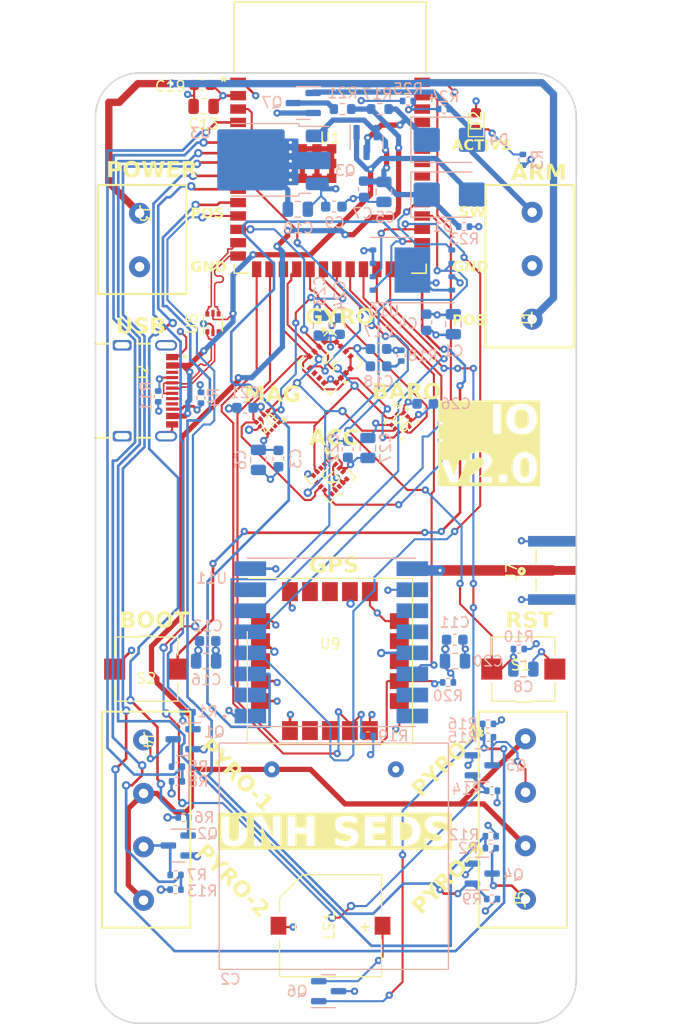
<source format=kicad_pcb>
(kicad_pcb (version 20221018) (generator pcbnew)
  (layers (0 "F.Cu" signal) (1 "In1.Cu" power "GND") (2 "In2.Cu" power "+3.3V") (31 "B.Cu" signal) (34 "B.Paste" user) (35 "F.Paste" user) (36 "B.SilkS" user "B.Silkscreen") (37 "F.SilkS" user "F.Silkscreen") (38 "B.Mask" user) (39 "F.Mask" user) (44 "Edge.Cuts" user))
  (net 0 "")
  (net 1 "/GYRO_PLLFILT")
  (net 2 "Net-(U11-ANT)")
  (net 8 "GND")
  (net 9 "+3.3V")
  (net 10 "/VBUS")
  (net 11 "/VSW_D")
  (net 12 "/VSW")
  (net 13 "/PYRO1")
  (net 14 "/PYRO1_SW")
  (net 15 "/PYRO2")
  (net 16 "/PYRO2_SW")
  (net 17 "/PYRO3")
  (net 18 "/PYRO3_SW")
  (net 19 "/PYRO4")
  (net 20 "/PYRO4_SW")
  (net 21 "/USB_ESD_DN")
  (net 22 "/USB_ESD_DP")
  (net 23 "/BOOT")
  (net 24 "/BUZZ_OUT")
  (net 25 "Net-(Q6-S)")
  (net 26 "/RST")
  (net 35 "/USB_DN")
  (net 36 "/USB_DP")
  (net 44 "/RF_DIO0")
  (net 46 "/SPI2_SCL")
  (net 47 "/SPI2_MOSI")
  (net 48 "/SPI2_MISO")
  (net 49 "/ACC_CS")
  (net 50 "/GYRO_CS")
  (net 51 "/GYRO_CR")
  (net 52 "/MAG_CS")
  (net 53 "/MAG_C")
  (net 54 "/RF_RST")
  (net 55 "/SPI3_MISO")
  (net 56 "/SPI3_MOSI")
  (net 57 "/SPI3_SCL")
  (net 60 "/I2C_SDA")
  (net 61 "/I2C_SCL")
  (net 66 "/BARO_CS")
  (net 67 "/FLASH_CS")
  (net 68 "/PYRO1_DET")
  (net 69 "/PYRO2_DET")
  (net 70 "/PYRO3_DET")
  (net 71 "/PYRO4_DET")
  (net 72 "/RF_CS")
  (net 73 "/VBAT")
  (net 74 "/VPYRO")
  (net 75 "/PLED_R")
  (net 76 "Net-(J2-CC1)")
  (net 78 "Net-(J2-CC2)")
  (net 80 "/VIN")
  (net 81 "Net-(Q7-D)")
  (net 82 "/VSW_DET")
  (footprint "Io-v2:CUI_CMI-9705-0380-SMT-TR" (layer "F.Cu") (at 116.459 116.586 -90)
    (fp_text reference "LS1")
    (fp_text value "CMI-9705-0380-SMT-TR")
  )
  (footprint "Io-v2:SW_EVP-ASAC1A" (layer "F.Cu") (at 134.795 92.202)
    (fp_text reference "S1")
    (fp_text value "EVP-ASAC1A")
  )
  (footprint "Io-v2:0398800303" (layer "F.Cu") (at 135.636 58.955 90)
    (fp_text reference "J1")
    (fp_text value "0398800303")
  )
  (footprint "Package_TO_SOT_SMD:SOT-666" (layer "F.Cu") (at 105.283 59.309 90)
    (fp_text reference "U5")
    (fp_text value "USBLC6-2P6")
  )
  (footprint "Io-v2:0398800304" (layer "F.Cu") (at 98.683 98.933 -90)
    (fp_text reference "J4")
    (fp_text value "0398800304")
  )
  (footprint "MountingHole:MountingHole_2.7mm_M2.5_DIN965" (layer "F.Cu") (at 135.636 121.666)
    (fp_text reference "H3" hide)
    (fp_text value "MountingHole_2.7mm_M2.5_DIN965")
  )
  (footprint "RF_GPS:ublox_SAM-M8Q" (layer "F.Cu") (at 116.405 91.444)
    (fp_text reference "U9")
    (fp_text value "SAM-M8Q")
  )
  (footprint "Capacitor_SMD:C_0805_2012Metric" (layer "F.Cu") (at 104.394 38.735 180)
    (fp_text reference "C13")
    (fp_text value "10u")
  )
  (footprint "Io-v2:SW_EVP-ASAC1A" (layer "F.Cu") (at 98.933 92.202 180)
    (fp_text reference "S2")
    (fp_text value "EVP-ASAC1A")
  )
  (footprint "Io-v2:LGA-16_4X4X1_STM" (layer "F.Cu") (at 116.423 63.053 -45)
    (fp_text reference "U4")
    (fp_text value "I3G4250DTR")
  )
  (footprint "MountingHole:MountingHole_2.7mm_M2.5_DIN965" (layer "F.Cu") (at 135.636 39.751)
    (fp_text reference "H2" hide)
    (fp_text value "MountingHole_2.7mm_M2.5_DIN965")
  )
  (footprint "Capacitor_SMD:C_0603_1608Metric" (layer "F.Cu") (at 104.267 36.703 180)
    (fp_text reference "C19")
    (fp_text value "100n")
  )
  (footprint "Io-v2:LGA-12_2X2X1_STM" (layer "F.Cu") (at 110.49 68.768 -135)
    (fp_text reference "U7")
    (fp_text value "LIS2MDLTR")
  )
  (footprint "Io-v2:0398800302" (layer "F.Cu") (at 98.302 48.895 -90)
    (fp_text reference "J3")
    (fp_text value "0398800302")
  )
  (footprint "LED_SMD:LED_0603_1608Metric" (layer "F.Cu") (at 130.302 40.132 90)
    (fp_text reference "D2")
    (fp_text value "LTST-C190KRKT")
  )
  (footprint "Io-v2:0398800304" (layer "F.Cu") (at 135.001 114.073 90)
    (fp_text reference "J5")
    (fp_text value "0398800304")
  )
  (footprint "Io-v2:TAOGLAS_EMPCB.SMAFSTJ.B.HT" (layer "F.Cu") (at 137.5275 82.828 90)
    (fp_text reference "J7")
    (fp_text value "EMPCB.SMAFSTJ.B.HT")
  )
  (footprint "Io-v2:GCT_USB4105-GF-A" (layer "F.Cu") (at 96.647 65.755 -90)
    (fp_text reference "J2")
    (fp_text value "USB4105-GF-A")
  )
  (footprint "MountingHole:MountingHole_2.7mm_M2.5_DIN965" (layer "F.Cu") (at 98.298 121.666)
    (fp_text reference "H4" hide)
    (fp_text value "MountingHole_2.7mm_M2.5_DIN965")
  )
  (footprint "Io-v2:TFLGA_S200DL_STM" (layer "F.Cu") (at 116.423 73.975 -45)
    (fp_text reference "U2")
    (fp_text value "H3LIS200DLTR")
  )
  (footprint "Io-v2:ESP32-S3-WROOM-1_EXP" (layer "F.Cu") (at 116.423 41.709)
    (fp_text reference "U1")
    (fp_text value "ESP32-S3-WROOM-1-N16R2")
  )
  (footprint "MountingHole:MountingHole_2.7mm_M2.5_DIN965" (layer "F.Cu") (at 98.298 39.751)
    (fp_text reference "H1" hide)
    (fp_text value "MountingHole_2.7mm_M2.5_DIN965")
  )
  (footprint "Io-v2:HLGA10_2X2_STM" (layer "F.Cu") (at 123.19 68.768 -45)
    (fp_text reference "U6")
    (fp_text value "LPS22HBTR")
  )
  (footprint "Diode_SMD:D_SMB" (layer "B.Cu") (at 127.762 41.91)
    (fp_text reference "D4")
    (fp_text value "B260")
  )
  (footprint "Package_TO_SOT_SMD:SOT-23" (layer "B.Cu") (at 116.2835 122.809)
    (fp_text reference "Q6")
    (fp_text value "DMG2302U")
  )
  (footprint "Resistor_SMD:R_0402_1005Metric" (layer "B.Cu") (at 101.727 113.157 180)
    (fp_text reference "R13")
    (fp_text value "1.5k")
  )
  (footprint "Capacitor_SMD:C_0603_1608Metric" (layer "B.Cu") (at 111.506 72.197 -90)
    (fp_text reference "C3")
    (fp_text value "100n")
  )
  (footprint "Capacitor_SMD:C_0603_1608Metric" (layer "B.Cu") (at 128.27 89.408)
    (fp_text reference "C11")
    (fp_text value "100n")
  )
  (footprint "Capacitor_SMD:C_0603_1608Metric" (layer "B.Cu") (at 108.331 67.371 180)
    (fp_text reference "C21")
    (fp_text value "220n")
  )
  (footprint "Resistor_SMD:R_0402_1005Metric" (layer "B.Cu") (at 127.254 38.989 180)
    (fp_text reference "R24")
    (fp_text value "10k")
  )
  (footprint "Capacitor_SMD:C_0805_2012Metric" (layer "B.Cu") (at 128.143 59.436 -90)
    (fp_text reference "C1")
    (fp_text value "10u")
  )
  (footprint "Resistor_SMD:R_0402_1005Metric" (layer "B.Cu") (at 131.445 97.409)
    (fp_text reference "R16")
    (fp_text value "1.5k")
  )
  (footprint "Capacitor_SMD:C_0603_1608Metric" (layer "B.Cu") (at 119.634001 46.609001 -90)
    (fp_text reference "C7")
    (fp_text value "100n")
  )
  (footprint "Resistor_SMD:R_0402_1005Metric" (layer "B.Cu") (at 102.87 96.307 180)
    (fp_text reference "R1")
    (fp_text value "20k")
  )
  (footprint "Resistor_SMD:R_0402_1005Metric" (layer "B.Cu") (at 131.826 114.046)
    (fp_text reference "R9")
    (fp_text value "20k")
  )
  (footprint "Resistor_SMD:R_0402_1005Metric" (layer "B.Cu") (at 101.854 102.87 180)
    (fp_text reference "R8")
    (fp_text value "1.5k")
  )
  (footprint "Resistor_SMD:R_0402_1005Metric" (layer "B.Cu") (at 100.076 66.294 -90)
    (fp_text reference "R11")
    (fp_text value "5.1k")
  )
  (footprint "Capacitor_SMD:C_0805_2012Metric" (layer "B.Cu") (at 113.35 48.513999 180)
    (fp_text reference "C10")
    (fp_text value "10u")
  )
  (footprint "Resistor_SMD:R_0402_1005Metric" (layer "B.Cu") (at 123.825 38.227 180)
    (fp_text reference "R25")
    (fp_text value "1.5k")
  )
  (footprint "Capacitor_SMD:C_0603_1608Metric" (layer "B.Cu") (at 125.463 66.99)
    (fp_text reference "C26")
    (fp_text value "100n")
  )
  (footprint "Resistor_SMD:R_0402_1005Metric" (layer "B.Cu") (at 129.159 50.165)
    (fp_text reference "R23")
    (fp_text value "20k")
  )
  (footprint "Package_TO_SOT_SMD:SOT-23" (layer "B.Cu") (at 119.888 42.164 -90)
    (fp_text reference "Q3")
    (fp_text value "DMG2301L")
  )
  (footprint "Capacitor_SMD:C_0603_1608Metric" (layer "B.Cu") (at 118.11 71.308 90)
    (fp_text reference "C22")
    (fp_text value "100n")
  )
  (footprint "Capacitor_SMD:C_0603_1608Metric" (layer "B.Cu") (at 104.775 89.535 180)
    (fp_text reference "C12")
    (fp_text value "100n")
  )
  (footprint "Package_SON:WSON-8-1EP_8x6mm_P1.27mm_EP3.4x4.3mm" (layer "B.Cu") (at 124.245 54.288 180)
    (fp_text reference "U10")
    (fp_text value "W25N02KVZEIR TR")
  )
  (footprint "Capacitor_SMD:C_0603_1608Metric" (layer "B.Cu") (at 121.031 61.783)
    (fp_text reference "C17")
    (fp_text value "10n")
  )
  (footprint "Resistor_SMD:R_0402_1005Metric" (layer "B.Cu") (at 123.19 62.418 -90)
    (fp_text reference "R18")
    (fp_text value "10k")
  )
  (footprint "Resistor_SMD:R_0402_1005Metric" (layer "B.Cu") (at 131.699 109.22 180)
    (fp_text reference "R12")
    (fp_text value "10k")
  )
  (footprint "Capacitor_SMD:C_0805_2012Metric" (layer "B.Cu") (at 115.57 59.563 90)
    (fp_text reference "C23")
    (fp_text value "10u")
  )
  (footprint "Capacitor_SMD:C_0603_1608Metric" (layer "B.Cu") (at 121.031 63.434)
    (fp_text reference "C18")
    (fp_text value "470n")
  )
  (footprint "Resistor_SMD:R_0402_1005Metric" (layer "B.Cu") (at 101.727 111.76)
    (fp_text reference "R7")
    (fp_text value "10k")
  )
  (footprint "Resistor_SMD:R_0402_1005Metric" (layer "B.Cu") (at 134.366 90.297 180)
    (fp_text reference "R10")
    (fp_text value "10k")
  )
  (footprint "Package_TO_SOT_SMD:TO-252-3_TabPin2" (layer "B.Cu") (at 110.158 43.815 180)
    (fp_text reference "U3")
    (fp_text value "LD39150DT33")
  )
  (footprint "Resistor_SMD:R_0603_1608Metric" (layer "B.Cu") (at 121.158 38.989 180)
    (fp_text reference "R17")
    (fp_text value "25R")
  )
  (footprint "Resistor_SMD:R_0402_1005Metric" (layer "B.Cu") (at 102.489 106.299 180)
    (fp_text reference "R6")
    (fp_text value "20k")
  )
  (footprint "Capacitor_SMD:C_0805_2012Metric" (layer "B.Cu") (at 121.539 46.862999 -90)
    (fp_text reference "C5")
    (fp_text value "10u")
  )
  (footprint "Package_TO_SOT_SMD:SOT-23" (layer "B.Cu") (at 113.8705 38.415 180)
    (fp_text reference "Q7")
    (fp_text value "DMG2301L")
  )
  (footprint "Capacitor_SMD:C_0603_1608Metric" (layer "B.Cu") (at 117.348 59.624 90)
    (fp_text reference "C24")
    (fp_text value "100n")
  )
  (footprint "Io-v2:PHV-5R4H474-R" (layer "B.Cu") (at 110.871 101.732 -90)
    (fp_text reference "C2")
    (fp_text value "470m")
  )
  (footprint "Resistor_SMD:R_0402_1005Metric" (layer "B.Cu") (at 131.445 98.679 180)
    (fp_text reference "R15")
    (fp_text value "10k")
  )
  (footprint "Capacitor_SMD:C_0805_2012Metric" (layer "B.Cu") (at 104.635 91.439999 180)
    (fp_text reference "C16")
    (fp_text value "10u")
  )
  (footprint "Capacitor_SMD:C_0603_1608Metric" (layer "B.Cu") (at 116.779 48.26)
    (fp_text reference "C9")
    (fp_text value "100n")
  )
  (footprint "Resistor_SMD:R_0402_1005Metric" (layer "B.Cu") (at 104.14 66.421 90)
    (fp_text reference "R4")
    (fp_text value "5.1k")
  )
  (footprint "Capacitor_SMD:C_0805_2012Metric" (layer "B.Cu") (at 109.601001 72.324 -90)
    (fp_text reference "C6")
    (fp_text value "10u")
  )
  (footprint "Resistor_SMD:R_0402_1005Metric" (layer "B.Cu") (at 101.854 101.473)
    (fp_text reference "R5")
    (fp_text value "10k")
  )
  (footprint "Resistor_SMD:R_0402_1005Metric" (layer "B.Cu") (at 120.015 98.552 180)
    (fp_text reference "R19")
    (fp_text value "2.2k")
  )
  (footprint "Capacitor_SMD:C_0805_2012Metric" (layer "B.Cu") (at 134.795 92.202)
    (fp_text reference "C8")
    (fp_text value "10u")
  )
  (footprint "Capacitor_SMD:C_0805_2012Metric" (layer "B.Cu") (at 120.015 71.191049 90)
    (fp_text reference "C27")
    (fp_text value "10u")
  )
  (footprint "Resistor_SMD:R_0402_1005Metric" (layer "B.Cu") (at 134.747 43.815 -90)
    (fp_text reference "R3")
    (fp_text value "1.5k")
  )
  (footprint "Resistor_SMD:R_0402_1005Metric" (layer "B.Cu") (at 127.635 93.472 180)
    (fp_text reference "R20")
    (fp_text value "2.2k")
  )
  (footprint "Capacitor_SMD:C_0805_2012Metric" (layer "B.Cu") (at 128.294 91.439999)
    (fp_text reference "C20")
    (fp_text value "10u")
  )
  (footprint "Package_TO_SOT_SMD:SOT-23" (layer "B.Cu") (at 102.4405 98.867 180)
    (fp_text reference "Q1")
    (fp_text value "DMG2302U")
  )
  (footprint "Package_TO_SOT_SMD:SOT-23" (layer "B.Cu") (at 101.981 108.966 180)
    (fp_text reference "Q2")
    (fp_text value "DMG2302U")
  )
  (footprint "Resistor_SMD:R_0402_1005Metric" (layer "B.Cu") (at 131.826 103.759)
    (fp_text reference "R14")
    (fp_text value "20k")
  )
  (footprint "Resistor_SMD:R_0402_1005Metric" (layer "B.Cu") (at 131.699 108.077)
    (fp_text reference "R2")
    (fp_text value "1.5k")
  )
  (footprint "Capacitor_SMD:C_0603_1608Metric" (layer "B.Cu") (at 125.575 59.251548 -90)
    (fp_text reference "C4")
    (fp_text value "100n")
  )
  (footprint "Diode_SMD:D_SMB" (layer "B.Cu") (at 127.762 47.117)
    (fp_text reference "D1")
    (fp_text value "B260")
  )
  (footprint "Package_TO_SOT_SMD:SOT-23" (layer "B.Cu") (at 130.8885 111.633)
    (fp_text reference "Q4")
    (fp_text value "DMG2302U")
  )
  (footprint "Package_TO_SOT_SMD:SOT-23" (layer "B.Cu") (at 130.8885 101.346)
    (fp_text reference "Q5")
    (fp_text value "DMG2302U")
  )
  (footprint "Io-v2:RFM95W-915S2" (layer "B.Cu") (at 116.539 89.662)
    (fp_text reference "U11")
    (fp_text value "RFM95W-915S2")
  )
  (footprint "Resistor_SMD:R_0603_1608Metric" (layer "B.Cu") (at 117.602 38.989)
    (fp_text reference "R21")
    (fp_text value "25R")
  )
  (gr_line (start 135.636 35.56) (end 98.298 35.56) (stroke (width 0.15)) (layer "Edge.Cuts"))
  (gr_line (start 94.107 121.666) (end 94.107 39.751) (stroke (width 0.15)) (layer "Edge.Cuts"))
  (gr_arc (start 98.298 125.857) (mid 95.334515 124.629485) (end 94.107 121.666) (stroke (width 0.15)) (layer "Edge.Cuts"))
  (gr_line (start 98.298 125.857) (end 135.509 125.857) (stroke (width 0.15)) (layer "Edge.Cuts"))
  (gr_arc (start 94.107 39.751) (mid 95.334515 36.787515) (end 98.298 35.56) (stroke (width 0.15)) (layer "Edge.Cuts"))
  (gr_arc (start 139.828923 121.666) (mid 138.555598 124.675411) (end 135.509 125.856999) (stroke (width 0.15)) (layer "Edge.Cuts"))
  (gr_arc (start 135.636 35.56) (mid 138.599485 36.787515) (end 139.827 39.751) (stroke (width 0.15)) (layer "Edge.Cuts"))
  (gr_line (start 139.828923 121.666) (end 139.827 39.751) (stroke (width 0.15)) (layer "Edge.Cuts"))
  (gr_text "POWER" (at 95.123 45.72) (layer "F.SilkS") (effects (font (size 1.5 1.5) (thickness 0.3) bold) (justify left bottom)))
  (gr_text "GND\n" (at 128.016 54.61) (layer "F.SilkS") (effects (font (size 1 1) (thickness 0.25) bold) (justify left bottom)))
  (gr_text "ACTIVE\n" (at 128.016 43.053) (layer "F.SilkS") (effects (font (size 1 1) (thickness 0.25) bold) (justify left bottom)))
  (gr_text "POS" (at 128.016 59.69) (layer "F.SilkS") (effects (font (size 1 1) (thickness 0.25) bold) (justify left bottom)))
  (gr_text "MAG\n" (at 108.204 67.056) (layer "F.SilkS") (effects (font (size 1.5 1.5) (thickness 0.3) bold) (justify left bottom)))
  (gr_text "PYRO-3\n" (at 125.222 115.824 45) (layer "F.SilkS") (effects (font (size 1.5 1.5) (thickness 0.3) bold) (justify left bottom)))
  (gr_text "GND" (at 103.124 54.61) (layer "F.SilkS") (effects (font (size 1 1) (thickness 0.25) bold) (justify left bottom)))
  (gr_text "PYRO-2" (at 103.378 109.855 -45) (layer "F.SilkS") (effects (font (size 1.5 1.5) (thickness 0.3) bold) (justify left bottom)))
  (gr_text "BARO" (at 120.396 66.802) (layer "F.SilkS") (effects (font (size 1.5 1.5) (thickness 0.3) bold) (justify left bottom)))
  (gr_text "BOOT\n" (at 96.393 88.519) (layer "F.SilkS") (effects (font (size 1.5 1.5) (thickness 0.3) bold) (justify left bottom)))
  (gr_text "ARM" (at 133.604 45.974) (layer "F.SilkS") (effects (font (size 1.5 1.5) (thickness 0.3) bold) (justify left bottom)))
  (gr_text "POS" (at 103.124 49.53) (layer "F.SilkS") (effects (font (size 1 1) (thickness 0.25) bold) (justify left bottom)))
  (gr_text "GPS\n" (at 114.409 83.282) (layer "F.SilkS") (effects (font (size 1.5 1.5) (thickness 0.3) bold) (justify left bottom)))
  (gr_text "RST" (at 133.096 88.519) (layer "F.SilkS") (effects (font (size 1.5 1.5) (thickness 0.3) bold) (justify left bottom)))
  (gr_text "ACC" (at 114.427 71.181) (layer "F.SilkS") (effects (font (size 1.5 1.5) (thickness 0.3) bold) (justify left bottom)))
  (gr_text "USB" (at 96.012 60.579) (layer "F.SilkS") (effects (font (size 1.5 1.5) (thickness 0.3) bold) (justify left bottom)))
  (gr_text "UNH SEDS" (at 116.84 109.474) (layer "F.SilkS" knockout) (effects (font (size 2.75 2.75) (thickness 0.3) bold) (justify bottom)))
  (gr_text "GYRO" (at 114.046 59.69) (layer "F.SilkS") (effects (font (size 1.5 1.5) (thickness 0.3) bold) (justify left bottom)))
  (gr_text "IO\nv2.0" (at 136.271 74.93) (layer "F.SilkS" knockout) (effects (font (size 2.75 2.75) (thickness 0.3) bold) (justify right bottom)))
  (gr_text "SW" (at 128.651 49.403) (layer "F.SilkS") (effects (font (size 1 1) (thickness 0.25) bold) (justify left bottom)))
  (gr_text "PYRO-1" (at 103.759 99.822 -45) (layer "F.SilkS") (effects (font (size 1.5 1.5) (thickness 0.3) bold) (justify left bottom)))
  (gr_text "PYRO-4\n" (at 125.222 104.648 45) (layer "F.SilkS") (effects (font (size 1.5 1.5) (thickness 0.3) bold) (justify left bottom)))
  (segment (start 117.910046 62.025575) (end 118.213621 61.722) (width 0.2) (layer "F.Cu") (net 1))
  (segment (start 118.213621 61.722) (end 118.999 61.722) (width 0.2) (layer "F.Cu") (net 1))
  (via (at 118.999 61.722) (size 0.8) (drill 0.4) (layers "F.Cu" "B.Cu") (net 1))
  (segment (start 120.195 61.722) (end 120.256 61.783) (width 0.2) (layer "B.Cu") (net 1))
  (segment (start 118.999 61.722) (end 120.195 61.722) (width 0.2) (layer "B.Cu") (net 1))
  (segment (start 118.999 62.177) (end 118.999 61.722) (width 0.2) (layer "B.Cu") (net 1))
  (segment (start 120.256 63.434) (end 118.999 62.177) (width 0.2) (layer "B.Cu") (net 1))
  (segment (start 126.873 82.828) (end 137.5275 82.828) (width 1) (layer "F.Cu") (net 2))
  (via (at 126.873 82.828) (size 0.7) (drill 0.3) (layers "F.Cu" "B.Cu") (net 2))
  (segment (start 126.873 82.828) (end 124.405 82.828) (width 1) (layer "B.Cu") (net 2))
  (segment (start 124.405 82.828) (end 124.239 82.662) (width 1) (layer "B.Cu") (net 2))
  (segment (start 115.855193 64.999664) (end 116.102336 64.999664) (width 0.2) (layer "F.Cu") (net 8))
  (segment (start 116.944189 75.203474) (end 116.710463 74.969748) (width 0.2) (layer "F.Cu") (net 8))
  (segment (start 109.805 87.644) (end 110.885 87.644) (width 0.2) (layer "F.Cu") (net 8))
  (segment (start 116.815664 64.999664) (end 116.459 64.643) (width 0.2) (layer "F.Cu") (net 8))
  (segment (start 116.710463 74.969748) (end 116.710463 74.689645) (width 0.2) (layer "F.Cu") (net 8))
  (segment (start 116.710463 73.720633) (end 117.046692 74.056862) (width 0.2) (layer "F.Cu") (net 8))
  (segment (start 112.605 96.564) (end 112.649 96.52) (width 0.25) (layer "F.Cu") (net 8))
  (segment (start 124.31922 68.53628) (end 124.841 68.0145) (width 0.2) (layer "F.Cu") (net 8))
  (segment (start 105.283 60.234) (end 105.283 59.659) (width 0.2) (layer "F.Cu") (net 8))
  (segment (start 123.952049 68.713056) (end 124.128825 68.53628) (width 0.2) (layer "F.Cu") (net 8))
  (segment (start 113.387 45.569) (end 112.649 44.831) (width 0.25) (layer "F.Cu") (net 8))
  (segment (start 112.8 45.569) (end 112.649 45.72) (width 0.25) (layer "F.Cu") (net 8))
  (segment (start 117.137645 74.262463) (end 117.417748 74.262463) (width 0.2) (layer "F.Cu") (net 8))
  (segment (start 116.102336 64.999664) (end 116.459 64.643) (width 0.2) (layer "F.Cu") (net 8))
  (segment (start 120.205 98.044) (end 120.205 96.711) (width 0.2) (layer "F.Cu") (net 8))
  (segment (start 105.283 59.659) (end 105.01382 59.38982) (width 0.2) (layer "F.Cu") (net 8))
  (segment (start 124.128825 68.53628) (end 124.31922 68.53628) (width 0.2) (layer "F.Cu") (net 8))
  (segment (start 109.805 95.244) (end 111.373 95.244) (width 0.25) (layer "F.Cu") (net 8))
  (segment (start 113.773 42.769) (end 112.933 42.769) (width 0.25) (layer "F.Cu") (net 8))
  (segment (start 136.525 90.551) (end 137.795 91.821) (width 0.2) (layer "F.Cu") (net 8))
  (segment (start 112.933 42.769) (end 112.649 43.053) (width 0.25) (layer "F.Cu") (net 8))
  (segment (start 123.005 87.644) (end 121.68 87.644) (width 0.2) (layer "F.Cu") (net 8))
  (segment (start 127.332 36.449) (end 125.173 36.449) (width 0.2) (layer "F.Cu") (net 8))
  (segment (start 116.710463 72.980252) (end 116.710463 73.720633) (width 0.2) (layer "F.Cu") (net 8))
  (segment (start 123.775272 68.182728) (end 124.128825 68.53628) (width 0.2) (layer "F.Cu") (net 8))
  (segment (start 103.492 37.719) (end 103.492 38.687) (width 0.2) (layer "F.Cu") (net 8))
  (segment (start 137.5275 80.058) (end 134.668 80.058) (width 0.2) (layer "F.Cu") (net 8))
  (segment (start 120.205 96.711) (end 120.396 96.52) (width 0.2) (layer "F.Cu") (net 8))
  (segment (start 120.205 86.169) (end 120.904 86.868) (width 0.2) (layer "F.Cu") (net 8))
  (segment (start 116.710463 74.689645) (end 117.137645 74.262463) (width 0.2) (layer "F.Cu") (net 8))
  (segment (start 109.435447 69.469) (end 108.712 69.469) (width 0.2) (layer "F.Cu") (net 8))
  (segment (start 107.673 36.449) (end 108.077 36.449) (width 0.25) (layer "F.Cu") (net 8))
  (segment (start 117.417748 74.262463) (end 117.651474 74.496189) (width 0.2) (layer "F.Cu") (net 8))
  (segment (start 121.68 87.644) (end 120.904 86.868) (width 0.2) (layer "F.Cu") (net 8))
  (segment (start 118.369664 62.485193) (end 118.369664 63.620807) (width 0.2) (layer "F.Cu") (net 8))
  (segment (start 109.986802 68.618355) (end 109.986802 68.917645) (width 0.2) (layer "F.Cu") (net 8))
  (segment (start 117.651474 74.496189) (end 117.212147 74.056862) (width 0.2) (layer "F.Cu") (net 8))
  (segment (start 113.773 44.169) (end 112.876 44.169) (width 0.5) (layer "F.Cu") (net 8))
  (segment (start 120.205 84.844) (end 120.205 86.169) (width 0.2) (layer "F.Cu") (net 8))
  (segment (start 134.668 80.058) (end 134.62 80.01) (width 0.2) (layer "F.Cu") (net 8))
  (segment (start 109.782893 68.414446) (end 109.986802 68.618355) (width 0.2) (layer "F.Cu") (net 8))
  (segment (start 101.91 62.555) (end 102.743 61.722) (width 0.2) (layer "F.Cu") (net 8))
  (segment (start 102.743 60.680386) (end 102.184307 60.121693) (width 0.2) (layer "F.Cu") (net 8))
  (segment (start 123.005 95.244) (end 123.005 97.568152) (width 0.2) (layer "F.Cu") (net 8))
  (segment (start 112.876 44.169) (end 112.649 43.942) (width 0.5) (layer "F.Cu") (net 8))
  (segment (start 137.795 91.821) (end 137.795 92.202) (width 0.2) (layer "F.Cu") (net 8))
  (segment (start 117.212147 74.056862) (end 117.046692 74.056862) (width 0.2) (layer "F.Cu") (net 8))
  (segment (start 113.773 45.569) (end 113.773 45.485) (width 0.25) (layer "F.Cu") (net 8))
  (segment (start 122.251175 68.99972) (end 120.92822 68.99972) (width 0.2) (layer "F.Cu") (net 8))
  (segment (start 114.840884 73.807454) (end 114.447454 73.807454) (width 0.2) (layer "F.Cu") (net 8))
  (segment (start 114.447454 73.807454) (end 114.3 73.66) (width 0.2) (layer "F.Cu") (net 8))
  (segment (start 113.254 42.769) (end 112.649 42.164) (width 0.25) (layer "F.Cu") (net 8))
  (segment (start 95.933 92.202) (end 95.933 92.027) (width 0.25) (layer "F.Cu") (net 8))
  (segment (start 109.782893 69.121554) (end 109.435447 69.469) (width 0.2) (layer "F.Cu") (net 8))
  (segment (start 115.173 45.569) (end 115.173 45.088501) (width 0.25) (layer "F.Cu") (net 8))
  (segment (start 112.903 116.713) (end 111.636 116.713) (width 0.2) (layer "F.Cu") (net 8))
  (segment (start 113.773 44.169) (end 113.311 44.169) (width 0.5) (layer "F.Cu") (net 8))
  (segment (start 118.369664 63.620807) (end 117.910046 64.080425) (width 0.2) (layer "F.Cu") (net 8))
  (segment (start 103.492 38.687) (end 103.444 38.735) (width 0.2) (layer "F.Cu") (net 8))
  (segment (start 101.402 68.955) (end 101.402 69.5) (width 0.2) (layer "F.Cu") (net 8))
  (segment (start 95.933 92.027) (end 97.536 90.424) (width 0.25) (layer "F.Cu") (net 8))
  (segment (start 101.402 62.555) (end 101.91 62.555) (width 0.2) (layer "F.Cu") (net 8))
  (segment (start 128.27 37.387) (end 127.332 36.449) (width 0.2) (layer "F.Cu") (net 8))
  (segment (start 108.077 36.449) (end 109.347 37.719) (width 0.25) (layer "F.Cu") (net 8))
  (segment (start 103.492 36.703) (end 103.492 37.719) (width 0.2) (layer "F.Cu") (net 8))
  (segment (start 123.005 97.568152) (end 122.666459 97.906693) (width 0.2) (layer "F.Cu") (net 8))
  (segment (start 112.605 86.189) (end 112.817766 86.401766) (width 0.2) (layer "F.Cu") (net 8))
  (segment (start 112.605 84.844) (end 112.605 86.189) (width 0.2) (layer "F.Cu") (net 8))
  (segment (start 110.885 87.644) (end 111.252 88.011) (width 0.2) (layer "F.Cu") (net 8))
  (segment (start 113.773 42.769) (end 113.254 42.769) (width 0.25) (layer "F.Cu") (net 8))
  (segment (start 111.251 93.344) (end 111.379 93.472) (width 0.25) (layer "F.Cu") (net 8))
  (segment (start 113.773 45.569) (end 113.387 45.569) (width 0.25) (layer "F.Cu") (net 8))
  (segment (start 113.773 44.169) (end 113.765 44.169) (width 0.5) (layer "F.Cu") (net 8))
  (segment (start 105.01382 59.38982) (end 104.377988 59.38982) (width 0.2) (layer "F.Cu") (net 8))
  (segment (start 116.990807 64.999664) (end 116.815664 64.999664) (width 0.2) (layer "F.Cu") (net 8))
  (segment (start 116.944189 72.746526) (end 116.710463 72.980252) (width 0.2) (layer "F.Cu") (net 8))
  (segment (start 115.173 45.569) (end 115.165 45.569) (width 0.25) (layer "F.Cu") (net 8))
  (segment (start 117.450425 64.540046) (end 116.990807 64.999664) (width 0.2) (layer "F.Cu") (net 8))
  (segment (start 111.373 95.244) (end 111.379 95.25) (width 0.25) (layer "F.Cu") (net 8))
  (segment (start 111.636 116.713) (end 111.509 116.586) (width 0.2) (layer "F.Cu") (net 8))
  (segment (start 103.492 37.719) (end 102.997 37.719) (width 0.2) (layer "F.Cu") (net 8))
  (segment (start 123.952049 69.176496) (end 123.952049 68.713056) (width 0.2) (layer "F.Cu") (net 8))
  (segment (start 117.910046 64.080425) (end 117.450425 64.540046) (width 0.2) (layer "F.Cu") (net 8))
  (segment (start 101.402 69.5) (end 100.827 70.075) (width 0.2) (layer "F.Cu") (net 8))
  (segment (start 109.805 93.344) (end 111.251 93.344) (width 0.25) (layer "F.Cu") (net 8))
  (segment (start 113.773 45.569) (end 112.8 45.569) (width 0.25) (layer "F.Cu") (net 8))
  (segment (start 113.311 44.169) (end 112.649 44.831) (width 0.5) (layer "F.Cu") (net 8))
  (segment (start 113.765 44.169) (end 112.649 43.053) (width 0.5) (layer "F.Cu") (net 8))
  (segment (start 102.743 61.722) (end 102.743 60.680386) (width 0.2) (layer "F.Cu") (net 8))
  (segment (start 102.997 37.719) (end 102.87 37.592) (width 0.2) (layer "F.Cu") (net 8))
  (segment (start 120.92822 68.99972) (end 120.7625 68.834) (width 0.2) (layer "F.Cu") (net 8))
  (segment (start 137.5275 85.598) (end 134.62 85.598) (width 0.2) (layer "F.Cu") (net 8))
  (segment (start 118.005116 74.142546) (end 117.651474 74.496189) (width 0.2) (layer "F.Cu") (net 8))
  (segment (start 112.605 98.044) (end 112.605 96.564) (width 0.25) (layer "F.Cu") (net 8))
  (segment (start 109.986802 68.917645) (end 109.782893 69.121554) (width 0.2) (layer "F.Cu") (net 8))
  (via (at 116.586 59.563) (size 0.7) (drill 0.3) (layers "F.Cu" "B.Cu") (net 8))
  (via (at 131.191 115.189) (size 0.7) (drill 0.3) (layers "F.Cu" "B.Cu") (net 8))
  (via (at 112.649 43.942) (size 0.7) (drill 0.3) (layers "F.Cu" "B.Cu") (net 8))
  (via (at 109.347 37.719) (size 0.7) (drill 0.3) (layers "F.Cu" "B.Cu") (net 8))
  (via (at 129.54 101.346) (size 0.7) (drill 0.3) (layers "F.Cu" "B.Cu") (net 8))
  (via (at 119.38 38.1895) (size 0.7) (drill 0.3) (layers "F.Cu" "B.Cu") (net 8))
  (via (at 104.0625 65.187881) (size 0.7) (drill 0.3) (layers "F.Cu" "B.Cu") (net 8))
  (via (at 100.965 106.299) (size 0.8) (drill 0.4) (layers "F.Cu" "B.Cu") (net 8))
  (via (at 136.525 90.551) (size 0.7) (drill 0.3) (layers "F.Cu" "B.Cu") (net 8))
  (via (at 110.744 74.168) (size 0.7) (drill 0.3) (layers "F.Cu" "B.Cu") (net 8))
  (via (at 120.396 96.52) (size 0.7) (drill 0.3) (layers "F.Cu" "B.Cu") (net 8))
  (via (at 103.759 109.982) (size 0.8) (drill 0.4) (layers "F.Cu" "B.Cu") (net 8))
  (via (at 112.649 96.52) (size 0.7) (drill 0.3) (layers "F.Cu" "B.Cu") (net 8))
  (via (at 106.807 67.437) (size 0.8) (drill 0.4) (layers "F.Cu" "B.Cu") (net 8))
  (via (at 114.3 73.66) (size 0.7) (drill 0.3) (layers "F.Cu" "B.Cu") (net 8))
  (via (at 129.286 90.297) (size 0.7) (drill 0.3) (layers "F.Cu" "B.Cu") (net 8))
  (via (at 104.377988 59.38982) (size 0.7) (drill 0.3) (layers "F.Cu" "B.Cu") (net 8))
  (via (at 124.841 68.0145) (size 0.7) (drill 0.3) (layers "F.Cu" "B.Cu") (net 8))
  (via (at 112.649 44.831) (size 0.7) (drill 0.3) (layers "F.Cu" "B.Cu") (net 8))
  (via (at 128.27 37.387) (size 0.7) (drill 0.3) (layers "F.Cu" "B.Cu") (net 8))
  (via (at 126.492 55.499) (size 0.7) (drill 0.3) (layers "F.Cu" "B.Cu") (net 8))
  (via (at 100.33 113.157) (size 0.8) (drill 0.4) (layers "F.Cu" "B.Cu") (net 8))
  (via (at 120.7625 68.834) (size 0.7) (drill 0.3) (layers "F.Cu" "B.Cu") (net 8))
  (via (at 101.346 104.013) (size 0.8) (drill 0.4) (layers "F.Cu" "B.Cu") (net 8))
  (via (at 131.445 107.061) (size 0.7) (drill 0.3) (layers "F.Cu" "B.Cu") (net 8))
  (via (at 134.62 80.01) (size 0.7) (drill 0.3) (layers "F.Cu" "B.Cu") (net 8))
  (via (at 111.379 95.25) (size 0.7) (drill 0.3) (layers "F.Cu" "B.Cu") (net 8))
  (via (at 111.252 82.677) (size 0.7) (drill 0.3) (layers "F.Cu" "B.Cu") (net 8))
  (via (at 112.817766 86.401766) (size 0.7) (drill 0.3) (layers "F.Cu" "B.Cu") (net 8))
  (via (at 117.046692 74.056862) (size 0.7) (drill 0.3) (layers "F.Cu" "B.Cu") (net 8))
  (via (at 120.904 86.868) (size 0.7) (drill 0.3) (layers "F.Cu" "B.Cu") (net 8))
  (via (at 117.015647 70.627147) (size 0.7) (drill 0.3) (layers "F.Cu" "B.Cu") (net 8))
  (via (at 129.283477 111.738092) (size 0.7) (drill 0.3) (layers "F.Cu" "B.Cu") (net 8))
  (via (at 97.536 90.424) (size 0.7) (drill 0.3) (layers "F.Cu" "B.Cu") (net 8))
  (via (at 102.87 37.592) (size 0.7) (drill 0.3) (layers "F.Cu" "B.Cu") (net 8))
  (via (at 111.379 39.37) (size 0.7) (drill 0.3) (layers "F.Cu" "B.Cu") (net 8))
  (via (at 122.682 61.908) (size 0.7) (drill 0.3) (layers "F.Cu" "B.Cu") (net 8))
  (via (at 112.649 42.164) (size 0.7) (drill 0.3) (layers "F.Cu" "B.Cu") (net 8))
  (via (at 122.666459 97.906693) (size 0.7) (drill 0.3) (layers "F.Cu" "B.Cu") (net 8))
  (via (at 104.394 99.822) (size 0.8) (drill 0.4) (layers "F.Cu" "B.Cu") (net 8))
  (via (at 106.807 96.139) (size 0.7) (drill 0.3) (layers "F.Cu" "B.Cu") (net 8))
  (via (at 112.649 43.053) (size 0.7) (drill 0.3) (layers "F.Cu" "B.Cu") (net 8))
  (via (at 132.715 97.028) (size 0.7) (drill 0.3) (layers "F.Cu" "B.Cu") (net 8))
  (via (at 130.556 50.165) (size 0.7) (drill 0.3) (layers "F.Cu" "B.Cu") (net 8))
  (via (at 132.2945 104.902) (size 0.7) (drill 0.3) (layers "F.Cu" "B.Cu") (net 8))
  (via (at 115.189 57.785) (size 0.7) (drill 0.3) (layers "F.Cu" "B.Cu") (net 8))
  (via (at 111.252 88.011) (size 0.7) (drill 0.3) (layers "F.Cu" "B.Cu") (net 8))
  (via (at 118.618 47.498) (size 0.7) (drill 0.3) (layers "F.Cu" "B.Cu") (net 8))
  (via (at 116.459 64.643) (size 0.7) (drill 0.3) (layers "F.Cu" "B.Cu") (net 8))
  (via (at 112.649 45.72) (size 0.7) (drill 0.3) (layers "F.Cu" "B.Cu") (net 8))
  (via (at 135.531489 43.770385) (size 0.7) (drill 0.3) (layers "F.Cu" "B.Cu") (net 8))
  (via (at 103.886 90.424) (size 0.8) (drill 0.4) (layers "F.Cu" "B.Cu") (net 8))
  (via (at 112.903 116.713) (size 0.7) (drill 0.3) (layers "F.Cu" "B.Cu") (net 8))
  (via (at 121.92 84.709) (size 0.7) (drill 0.3) (layers "F.Cu" "B.Cu") (net 8))
  (via (at 100.1265 67.691) (size 0.7) (drill 0.3) (layers "F.Cu" "B.Cu") (net 8))
  (via (at 102.184307 60.121693) (size 0.7) (drill 0.3) (layers "F.Cu" "B.Cu") (net 8))
  (via (at 111.379 93.472) (size 0.7) (drill 0.3) (layers "F.Cu" "B.Cu") (net 8))
  (via (at 134.62 85.598) (size 0.7) (drill 0.3) (layers "F.Cu" "B.Cu") (net 8))
  (via (at 108.712 69.469) (size 0.8) (drill 0.4) (layers "F.Cu" "B.Cu") (net 8))
  (via (at 126.492 60.452) (size 0.7) (drill 0.3) (layers "F.Cu" "B.Cu") (net 8))
  (via (at 102.421516 97.095484) (size 0.7) (drill 0.3) (layers "F.Cu" "B.Cu") (net 8))
  (segment (start 117.109794 70.533) (end 117.015647 70.627147) (width 0.2) (layer "B.Cu") (net 8))
  (segment (start 123.315 38.227) (end 123.302 38.214) (width 0.2) (layer "B.Cu") (net 8))
  (segment (start 126.066548 60.026548) (end 126.492 60.452) (width 0.25) (layer "B.Cu") (net 8))
  (segment (start 103.685 90.625) (end 103.886 90.424) (width 0.25) (layer "B.Cu") (net 8))
  (segment (start 126.499 60.445) (end 126.492 60.452) (width 0.25) (layer "B.Cu") (net 8))
  (segment (start 100.076 67.6405) (end 100.1265 67.691) (width 0.2) (layer "B.Cu") (net 8))
  (segment (start 118.11 47.625) (end 117.554 48.181) (width 0.2) (layer "B.Cu") (net 8))
  (segment (start 120.7625 68.834) (end 120.7625 69.493549) (width 0.2) (layer "B.Cu") (net 8))
  (segment (start 129.951 110.683) (end 129.951 111.070569) (width 0.2) (layer "B.Cu") (net 8))
  (segment (start 132.336 103.759) (end 132.336 104.8605) (width 0.2) (layer "B.Cu") (net 8))
  (segment (start 135.745 92.202) (end 135.745 91.331) (width 0.2) (layer "B.Cu") (net 8))
  (segment (start 120.7625 69.493549) (end 120.015 70.241049) (width 0.2) (layer "B.Cu") (net 8))
  (segment (start 111.237 82.662) (end 111.252 82.677) (width 0.25) (layer "B.Cu") (net 8))
  (segment (start 118.11 47.625) (end 118.491 47.625) (width 0.2) (layer "B.Cu") (net 8))
  (segment (start 129.244 90.339) (end 129.286 90.297) (width 0.2) (layer "B.Cu") (net 8))
  (segment (start 116.586 59.563) (end 116.634 59.563) (width 0.2) (layer "B.Cu") (net 8))
  (segment (start 132.336 104.8605) (end 132.2945 104.902) (width 0.2) (layer "B.Cu") (net 8))
  (segment (start 116.634 59.563) (end 117.348 58.849) (width 0.2) (layer "B.Cu") (net 8))
  (segment (start 114.808 39.365) (end 111.384 39.365) (width 0.5) (layer "B.Cu") (net 8))
  (segment (start 118.11 70.533) (end 117.109794 70.533) (width 0.2) (layer "B.Cu") (net 8))
  (segment (start 129.951 100.396) (end 129.951 100.935) (width 0.2) (layer "B.Cu") (net 8))
  (segment (start 132.334 97.409) (end 132.715 97.028) (width 0.2) (layer "B.Cu") (net 8))
  (segment (start 118.491 47.625) (end 118.618 47.498) (width 0.2) (layer "B.Cu") (net 8))
  (segment (start 134.747 44.325) (end 134.976874 44.325) (width 0.25) (layer "B.Cu") (net 8))
  (segment (start 101.217 113.157) (end 100.33 113.157) (width 0.25) (layer "B.Cu") (net 8))
  (segment (start 132.336 114.046) (end 132.334 114.046) (width 0.2) (layer "B.Cu") (net 8))
  (segment (start 103.685 91.439999) (end 103.685 90.625) (width 0.25) (layer "B.Cu") (net 8))
  (segment (start 112.4 46.668001) (end 112.4 48.513999) (width 0.5) (layer "B.Cu") (net 8))
  (segment (start 123.19 61.908) (end 122.682 61.908) (width 0.25) (layer "B.Cu") (net 8))
  (segment (start 111.506 72.972) (end 111.506 73.406) (width 0.2) (layer "B.Cu") (net 8))
  (segment (start 117.554 48.181) (end 117.554 48.26) (width 0.2) (layer "B.Cu") (net 8))
  (segment (start 131.955 97.409) (end 132.334 97.409) (width 0.2) (layer "B.Cu") (net 8))
  (segment (start 120.062999 47.812999) (end 119.634001 47.384001) (width 0.2) (layer "B.Cu") (net 8))
  (segment (start 132.334 114.046) (end 131.191 115.189) (width 0.2) (layer "B.Cu") (net 8))
  (segment (start 125.456 55.499) (end 126.492 55.499) (width 0.25) (layer "B.Cu") (net 8))
  (segment (start 109.85 73.274) (end 110.744 74.168) (width 0.2) (layer "B.Cu") (net 8))
  (segment (start 129.951 100.935) (end 129.54 101.346) (width 0.2) (layer "B.Cu") (net 8))
  (segment (start 129.045 89.408) (end 129.045 90.056) (width 0.2) (layer "B.Cu") (net 8))
  (segment (start 127.734 60.445) (end 126.499 60.445) (width 0.25) (layer "B.Cu") (net 8))
  (segment (start 121.967 84.662) (end 121.92 84.709) (width 0.2) (layer "B.Cu") (net 8))
  (segment (start 121.806 61.783) (end 121.931 61.908) (width 0.25) (layer "B.Cu") (net 8))
  (segment (start 111.506 73.406) (end 110.744 74.168) (width 0.2) (layer "B.Cu") (net 8))
  (segment (start 118.731999 47.384001) (end 118.618 47.498) (width 0.2) (layer "B.Cu") (net 8))
  (segment (start 103.886 90.424) (end 103.886 89.649) (width 0.25) (layer "B.Cu") (net 8))
  (segment (start 111.384 39.365) (end 111.379 39.37) (width 0.5) (layer "B.Cu") (net 8))
  (segment (start 134.668 80.058) (end 134.62 80.01) (width 0.2) (layer "B.Cu") (net 8))
  (segment (start 124.245 54.288) (end 125.456 55.499) (width 0.25) (layer "B.Cu") (net 8))
  (segment (start 119.4045 38.214) (end 119.38 38.1895) (width 0.2) (layer "B.Cu") (net 8))
  (segment (start 121.931 61.908) (end 122.682 61.908) (width 0.25) (layer "B.Cu") (net 8))
  (segment (start 108.839 96.662) (end 107.33 96.662) (width 0.25) (layer "B.Cu") (net 8))
  (segment (start 102.36 96.307) (end 102.36 97.033968) (width 0.25) (layer "B.Cu") (net 8))
  (segment (start 124.239 84.662) (end 121.967 84.662) (width 0.2) (layer "B.Cu") (net 8))
  (segment (start 102.9185 109.916) (end 103.693 109.916) (width 0.25) (layer "B.Cu") (net 8))
  (segment (start 134.976874 44.325) (end 135.531489 43.770385) (width 0.25) (layer "B.Cu") (net 8))
  (segment (start 125.2135 68.0145) (end 124.841 68.0145) (width 0.2) (layer "B.Cu") (net 8))
  (segment (start 137.5275 80.058) (end 134.668 80.058) (width 0.2) (layer "B.Cu") (net 8))
  (segment (start 119.634001 47.384001) (end 118.731999 47.384001) (width 0.2) (layer "B.Cu") (net 8))
  (segment (start 126.238 66.99) (end 125.2135 68.0145) (width 0.2) (layer "B.Cu") (net 8))
  (segment (start 107.556 67.371) (end 106.873 67.371) (width 0.2) (layer "B.Cu") (net 8))
  (segment (start 129.669 50.165) (end 130.556 50.165) (width 0.2) (layer "B.Cu") (net 8))
  (segment (start 121.539 47.812999) (end 120.062999 47.812999) (width 0.2) (layer "B.Cu") (net 8))
  (segment (start 115.189 57.785) (end 115.189 58.232) (width 0.2) (layer "B.Cu") (net 8))
  (segment (start 104.389 99.817) (end 104.394 99.822) (width 0.25) (layer "B.Cu") (net 8))
  (segment (start 129.244 91.439999) (end 129.244 90.339) (width 0.2) (layer "B.Cu") (net 8))
  (segment (start 104.0625 65.187881) (end 104.0625 65.8335) (width 0.2) (layer "B.Cu") (net 8))
  (segment (start 125.575 60.026548) (end 126.066548 60.026548) (width 0.25) (layer "B.Cu") (net 8))
  (segment (start 102.36 97.033968) (end 102.421516 97.095484) (width 0.25) (layer "B.Cu") (net 8))
  (segment (start 100.076 66.804) (end 100.076 67.6405) (width 0.2) (layer "B.Cu") (net 8))
  (segment (start 129.951 111.070569) (end 129.283477 111.738092) (width 0.2) (layer "B.Cu") (net 8))
  (segment (start 115.189 58.232) (end 115.57 58.613) (width 0.2) (layer "B.Cu") (net 8))
  (segment (start 101.344 104.011) (end 101.346 104.013) (width 0.25) (layer "B.Cu") (net 8))
  (segment (start 104.0625 65.8335) (end 104.14 65.911) (width 0.2) (layer "B.Cu") (net 8))
  (segment (start 107.33 96.662) (end 106.807 96.139) (width 0.25) (layer "B.Cu") (net 8))
  (segment (start 101.344 102.87) (end 101.344 104.011) (width 0.25) (layer "B.Cu") (net 8))
  (segment (start 135.745 91.331) (end 136.525 90.551) (width 0.2) (layer "B.Cu") (net 8))
  (segment (start 132.209 107.825) (end 131.445 107.061) (width 0.2) (layer "B.Cu") (net 8))
  (segment (start 137.5275 85.598) (end 134.62 85.598) (width 0.2) (layer "B.Cu") (net 8))
  (segment (start 123.302 38.214) (end 119.4045 38.214) (width 0.2) (layer "B.Cu") (net 8))
  (segment (start 132.209 108.077) (end 132.209 107.825) (width 0.2) (layer "B.Cu") (net 8))
  (segment (start 112.4 46.668001) (end 110.437 44.705001) (width 0.5) (layer "B.Cu") (net 8))
  (segment (start 106.873 67.371) (end 106.807 67.437) (width 0.2) (layer "B.Cu") (net 8))
  (segment (start 109.601001 73.274) (end 109.85 73.274) (width 0.2) (layer "B.Cu") (net 8))
  (segment (start 127.995 56.193) (end 126.15 56.193) (width 0.25) (layer "B.Cu") (net 8))
  (segment (start 103.693 109.916) (end 103.759 109.982) (width 0.25) (layer "B.Cu") (net 8))
  (segment (start 126.15 56.193) (end 124.245 54.288) (width 0.25) (layer "B.Cu") (net 8))
  (segment (start 103.378 99.817) (end 104.389 99.817) (width 0.25) (layer "B.Cu") (net 8))
  (segment (start 108.839 82.662) (end 111.237 82.662) (width 0.25) (layer "B.Cu") (net 8))
  (segment (start 103.886 89.649) (end 104 89.535) (width 0.25) (layer "B.Cu") (net 8))
  (segment (start 134.618 44.196) (end 134.747 44.325) (width 0.2) (layer "B.Cu") (net 8))
  (segment (start 129.045 90.056) (end 129.286 90.297) (width 0.2) (layer "B.Cu") (net 8))
  (segment (start 101.979 106.299) (end 100.965 106.299) (width 0.25) (layer "B.Cu") (net 8))
  (segment (start 117.651474 73.453811) (end 118.005116 73.100169) (width 0.2) (layer "F.Cu") (net 9))
  (segment (start 123.839767 66.816767) (end 123.42172 67.234814) (width 0.2) (layer "F.Cu") (net 9))
  (segment (start 116.459 61.106336) (end 116.990807 61.106336) (width 0.2) (layer "F.Cu") (net 9))
  (segment (start 123.42172 67.234814) (end 123.42172 67.829175) (width 0.2) (layer "F.Cu") (net 9))
  (segment (start 105.217 36.703) (end 106.233 37.719) (width 0.2) (layer "F.Cu") (net 9))
  (segment (start 105.344 38.608) (end 106.233 37.719) (width 0.2) (layer "F.Cu") (net 9))
  (segment (start 117.297831 73.100169) (end 118.034831 73.100169) (width 0.2) (layer "F.Cu") (net 9))
  (segment (start 116.48918 72.159158) (end 117.104375 72.159158) (width 0.2) (layer "F.Cu") (net 9))
  (segment (start 122.781504 68.005951) (end 123.244944 68.005951) (width 0.2) (layer "F.Cu") (net 9))
  (segment (start 123.244944 68.005951) (end 123.42172 67.829175) (width 0.2) (layer "F.Cu") (net 9))
  (segment (start 117.450425 61.565954) (end 116.990807 61.106336) (width 0.2) (layer "F.Cu") (net 9))
  (segment (start 109.805 89.544) (end 110.118 89.544) (width 0.25) (layer "F.Cu") (net 9))
  (segment (start 118.005116 73.100169) (end 118.034831 73.100169) (width 0.2) (layer "F.Cu") (net 9))
  (segment (start 106.185 37.719) (end 107.673 37.719) (width 0.25) (layer "F.Cu") (net 9))
  (segment (start 110.49 69.828662) (end 110.136446 69.475107) (width 0.2) (layer "F.Cu") (net 9))
  (segment (start 110.49 70.104) (end 110.109 70.485) (width 0.2) (layer "F.Cu") (net 9))
  (segment (start 118.305 84.844) (end 118.305 85.92) (width 0.25) (layer "F.Cu") (net 9))
  (segment (start 117.531557 72.58634) (end 117.531557 72.866443) (width 0.2) (layer "F.Cu") (net 9))
  (segment (start 105.042 36.703) (end 105.217 36.703) (width 0.2) (layer "F.Cu") (net 9))
  (segment (start 118.305 85.92) (end 118.364 85.979) (width 0.25) (layer "F.Cu") (net 9))
  (segment (start 116.255454 72.392884) (end 116.48918 72.159158) (width 0.2) (layer "F.Cu") (net 9))
  (segment (start 115.855193 61.106336) (end 116.459 61.106336) (width 0.2) (layer "F.Cu") (net 9))
  (segment (start 107.673 37.719) (end 106.233 37.719) (width 0.25) (layer "F.Cu") (net 9))
  (segment (start 130.302 39.3445) (end 130.302 38.227) (width 0.2) (layer "F.Cu") (net 9))
  (segment (start 105.344 38.735) (end 105.344 38.608) (width 0.2) (layer "F.Cu") (net 9))
  (segment (start 118.034831 73.100169) (end 118.364 72.771) (width 0.2) (layer "F.Cu") (net 9))
  (segment (start 109.805 89.544) (end 109.805 91.444) (width 0.25) (layer "F.Cu") (net 9))
  (segment (start 117.531557 72.866443) (end 117.297831 73.100169) (width 0.2) (layer "F.Cu") (net 9))
  (segment (start 116.459 61.106336) (end 116.459 61.595) (width 0.2) (layer "F.Cu") (net 9))
  (segment (start 110.118 89.544) (end 111.125 90.551) (width 0.25) (layer "F.Cu") (net 9))
  (segment (start 110.49 69.828662) (end 110.49 70.104) (width 0.2) (layer "F.Cu") (net 9))
  (segment (start 117.104375 72.159158) (end 117.531557 72.58634) (width 0.2) (layer "F.Cu") (net 9))
  (via (at 127.381 90.297) (size 0.8) (drill 0.4) (layers "F.Cu" "B.Cu") (net 9))
  (via (at 105.55 90.424) (size 0.8) (drill 0.4) (layers "F.Cu" "B.Cu") (net 9))
  (via (at 136.017 89.789) (size 0.7) (drill 0.3) (layers "F.Cu" "B.Cu") (net 9))
  (via (at 123.839767 66.816767) (size 0.7) (drill 0.3) (layers "F.Cu" "B.Cu") (net 9))
  (via (at 116.967 46.563002) (size 0.7) (drill 0.3) (layers "F.Cu" "B.Cu") (net 9))
  (via (at 106.233 37.719) (size 0.7) (drill 0.3) (layers "F.Cu" "B.Cu") (net 9))
  (via (at 110.109 70.485) (size 0.7) (drill 0.3) (layers "F.Cu" "B.Cu") (net 9))
  (via (at 121.285 90.678) (size 0.8) (drill 0.4) (layers "F.Cu" "B.Cu") (net 9))
  (via (at 120.269 100.33) (size 0.7) (drill 0.3) (layers "F.Cu" "B.Cu") (net 9))
  (via (at 118.745 122.809) (size 0.7) (drill 0.3) (layers "F.Cu" "B.Cu") (net 9))
  (via (at 128.778 55.499) (size 0.7) (drill 0.3) (layers "F.Cu" "B.Cu") (net 9))
  (via (at 119.634 52.451) (size 0.7) (drill 0.3) (layers "F.Cu" "B.Cu") (net 9))
  (via (at 118.364 85.979) (size 0.8) (drill 0.4) (layers "F.Cu" "B.Cu") (net 9))
  (via (at 126.6045 58.547) (size 0.7) (drill 0.3) (layers "F.Cu" "B.Cu") (net 9))
  (via (at 111.125 90.551) (size 0.8) (drill 0.4) (layers "F.Cu" "B.Cu") (net 9))
  (via (at 118.364 72.771) (size 0.7) (drill 0.3) (layers "F.Cu" "B.Cu") (net 9))
  (via (at 116.459 61.595) (size 0.7) (drill 0.3) (layers "F.Cu" "B.Cu") (net 9))
  (via (at 127.889 92.583) (size 0.7) (drill 0.3) (layers "F.Cu" "B.Cu") (net 9))
  (via (at 130.302 38.227) (size 0.7) (drill 0.3) (layers "F.Cu" "B.Cu") (net 9))
  (segment (start 124.013 66.99) (end 124.688 66.99) (width 0.2) (layer "B.Cu") (net 9))
  (segment (start 105.55 91.404999) (end 105.55 90.424) (width 0.25) (layer "B.Cu") (net 9))
  (segment (start 105.55 89.535) (end 105.55 90.424) (width 0.25) (layer "B.Cu") (net 9))
  (segment (start 120.525 98.552) (end 120.525 100.074) (width 0.2) (layer "B.Cu") (net 9))
  (segment (start 114.3 48.513999) (end 115.569999 47.244) (width 0.2) (layer "B.Cu") (net 9))
  (segment (start 135.509 90.297) (end 136.017 89.789) (width 0.2) (layer "B.Cu") (net 9))
  (segment (start 120.525 100.074) (end 120.269 100.33) (width 0.2) (layer "B.Cu") (net 9))
  (segment (start 110.109 70.485) (end 110.109 70.866001) (width 0.2) (layer "B.Cu") (net 9))
  (segment (start 126.534048 58.476548) (end 126.6045 58.547) (width 0.25) (layer "B.Cu") (net 9))
  (segment (start 127.344 91.439999) (end 127.344 90.334) (width 0.25) (layer "B.Cu") (net 9))
  (segment (start 121.301 90.662) (end 121.285 90.678) (width 0.25) (layer "B.Cu") (net 9))
  (segment (start 115.569999 46.466999) (end 115.198 46.095) (width 0.2) (layer "B.Cu") (net 9))
  (segment (start 120.495 53.653) (end 120.495 52.383) (width 0.25) (layer "B.Cu") (net 9))
  (segment (start 127.344 91.439999) (end 127.344 92.038) (width 0.25) (layer "B.Cu") (net 9))
  (segment (start 116.967 46.563002) (end 115.666002 46.563002) (width 0.5) (layer "B.Cu") (net 9))
  (segment (start 119.702 52.383) (end 119.634 52.451) (width 0.25) (layer "B.Cu") (net 9))
  (segment (start 115.569999 47.244) (end 116.004 47.678001) (width 0.2) (layer "B.Cu") (net 9))
  (segment (start 128.202 54.923) (end 128.778 55.499) (width 0.25) (layer "B.Cu") (net 9))
  (segment (start 134.876 90.297) (end 135.509 90.297) (width 0.2) (layer "B.Cu") (net 9))
  (segment (start 125.575 58.476548) (end 126.534048 58.476548) (width 0.25) (layer "B.Cu") (net 9))
  (segment (start 120.495 52.383) (end 119.702 52.383) (width 0.25) (layer "B.Cu") (net 9))
  (segment (start 115.666002 46.563002) (end 115.198 46.095) (width 0.5) (layer "B.Cu") (net 9))
  (segment (start 127.344 90.334) (end 127.381 90.297) (width 0.25) (layer "B.Cu") (net 9))
  (segment (start 105.585 91.439999) (end 105.55 91.404999) (width 0.25) (layer "B.Cu") (net 9))
  (segment (start 115.57 60.513) (end 116.459 60.513) (width 0.2) (layer "B.Cu") (net 9))
  (segment (start 127.734 58.545) (end 126.6065 58.545) (width 0.25) (layer "B.Cu") (net 9))
  (segment (start 128.145 92.839) (end 127.889 92.583) (width 0.2) (layer "B.Cu") (net 9))
  (segment (start 110.109 70.866001) (end 109.601001 71.374) (width 0.2) (layer "B.Cu") (net 9))
  (segment (start 120.015 72.141049) (end 118.993951 72.141049) (width 0.2) (layer "B.Cu") (net 9))
  (segment (start 118.364 72.337) (end 118.11 72.083) (width 0.2) (layer "B.Cu") (net 9))
  (segment (start 127.495 90.183) (end 127.381 90.297) (width 0.25) (layer "B.Cu") (net 9))
  (segment (start 114.3 47.878999) (end 114.607001 47.878999) (width 0.2) (layer "B.Cu") (net 9))
  (segment (start 116.459 60.513) (end 117.234 60.513) (width 0.2) (layer "B.Cu") (net 9))
  (segment (start 127.495 89.408) (end 127.495 90.183) (width 0.25) (layer "B.Cu") (net 9))
  (segment (start 109.601001 71.374) (end 111.458 71.374) (width 0.2) (layer "B.Cu") (net 9))
  (segment (start 127.995 54.923) (end 128.202 54.923) (width 0.25) (layer "B.Cu") (net 9))
  (segment (start 117.234 60.513) (end 117.348 60.399) (width 0.2) (layer "B.Cu") (net 9))
  (segment (start 124.239 90.662) (end 121.301 90.662) (width 0.25) (layer "B.Cu") (net 9))
  (segment (start 117.221 122.809) (end 118.745 122.809) (width 0.2) (layer "B.Cu") (net 9))
  (segment (start 111.458 71.374) (end 111.506 71.422) (width 0.2) (layer "B.Cu") (net 9))
  (segment (start 115.569999 47.244) (end 115.569999 46.466999) (width 0.2) (layer "B.Cu") (net 9))
  (segment (start 116.459 61.595) (end 116.459 60.513) (width 0.2) (layer "B.Cu") (net 9))
  (segment (start 126.6065 58.545) (end 126.6045 58.547) (width 0.25) (layer "B.Cu") (net 9))
  (segment (start 116.004 47.678001) (end 116.004 48.26) (width 0.2) (layer "B.Cu") (net 9))
  (segment (start 128.145 93.472) (end 128.145 92.839) (width 0.2) (layer "B.Cu") (net 9))
  (segment (start 127.344 92.038) (end 127.889 92.583) (width 0.25) (layer "B.Cu") (net 9))
  (segment (start 123.839767 66.816767) (end 124.013 66.99) (width 0.2) (layer "B.Cu") (net 9))
  (segment (start 118.993951 72.141049) (end 118.364 72.771) (width 0.2) (layer "B.Cu") (net 9))
  (segment (start 118.364 72.771) (end 118.364 72.337) (width 0.2) (layer "B.Cu") (net 9))
  (segment (start 114.554 52.832) (end 109.093 52.832) (width 0.5) (layer "F.Cu") (net 10))
  (segment (start 103.0295 63.355) (end 102.108 63.355) (width 0.5) (layer "F.Cu") (net 10))
  (segment (start 105.283 58.384) (end 105.283 58.909) (width 0.15) (layer "F.Cu") (net 10))
  (segment (start 102.458381 63.355) (end 103.0745 63.971119) (width 0.5) (layer "F.Cu") (net 10))
  (segment (start 106.624 58.984) (end 107.188 58.42) (width 0.15) (layer "F.Cu") (net 10))
  (segment (start 102.108 63.355) (end 102.458381 63.355) (width 0.5) (layer "F.Cu") (net 10))
  (segment (start 105.283 58.909) (end 105.358 58.984) (width 0.15) (layer "F.Cu") (net 10))
  (segment (start 102.8765 67.9055) (end 102.627 68.155) (width 0.5) (layer "F.Cu") (net 10))
  (segment (start 105.358 58.984) (end 106.624 58.984) (width 0.15) (layer "F.Cu") (net 10))
  (segment (start 102.108 63.355) (end 101.402 63.355) (width 0.5) (layer "F.Cu") (net 10))
  (segment (start 120.269 44.704) (end 120.269 47.117) (width 0.5) (layer "F.Cu") (net 10))
  (segment (start 120.269 47.117) (end 114.554 52.832) (width 0.5) (layer "F.Cu") (net 10))
  (segment (start 102.627 68.155) (end 101.402 68.155) (width 0.5) (layer "F.Cu") (net 10))
  (segment (start 104.416017 61.968483) (end 103.0295 63.355) (width 0.5) (layer "F.Cu") (net 10))
  (via (at 103.0745 63.971119) (size 0.7) (drill 0.3) (layers "F.Cu" "B.Cu") (net 10))
  (via (at 104.416017 61.968483) (size 0.7) (drill 0.3) (layers "F.Cu" "B.Cu") (net 10))
  (via (at 102.8765 67.9055) (size 0.7) (drill 0.3) (layers "F.Cu" "B.Cu") (net 10))
  (via (at 120.269 44.704) (size 0.7) (drill 0.3) (layers "F.Cu" "B.Cu") (net 10))
  (via (at 109.093 52.832) (size 0.7) (drill 0.3) (layers "F.Cu" "B.Cu") (net 10))
  (via (at 107.188 58.42) (size 0.7) (drill 0.3) (layers "F.Cu" "B.Cu") (net 10))
  (segment (start 107.188 54.737) (end 107.188 58.42) (width 0.5) (layer "B.Cu") (net 10))
  (segment (start 121.285 43.688) (end 126.483 43.688) (width 0.5) (layer "B.Cu") (net 10))
  (segment (start 102.8765 66.8305) (end 102.8765 67.9055) (width 0.5) (layer "B.Cu") (net 10))
  (segment (start 118.938 43.737528) (end 118.938 41.2265) (width 0.5) (layer "B.Cu") (net 10))
  (segment (start 126.483 43.688) (end 129.912 47.117) (width 0.5) (layer "B.Cu") (net 10))
  (segment (start 120.269 44.704) (end 121.285 43.688) (width 0.5) (layer "B.Cu") (net 10))
  (segment (start 109.093 52.832) (end 107.188 54.737) (width 0.5) (layer "B.Cu") (net 10))
  (segment (start 103.0745 66.6325) (end 103.0745 63.971119) (width 0.5) (layer "B.Cu") (net 10))
  (segment (start 107.188 58.42) (end 107.188 59.1965) (width 0.5) (layer "B.Cu") (net 10))
  (segment (start 119.904472 44.704) (end 118.938 43.737528) (width 0.5) (layer "B.Cu") (net 10))
  (segment (start 107.188 59.1965) (end 104.416017 61.968483) (width 0.5) (layer "B.Cu") (net 10))
  (segment (start 102.8765 66.8305) (end 103.0745 66.6325) (width 0.5) (layer "B.Cu") (net 10))
  (segment (start 120.269 44.704) (end 119.904472 44.704) (width 0.5) (layer "B.Cu") (net 10))
  (segment (start 121.285 40.513) (end 123.063 40.513) (width 0.5) (layer "F.Cu") (net 11))
  (segment (start 121.285 40.513) (end 120.0785 41.7195) (width 0.5) (layer "F.Cu") (net 11))
  (segment (start 120.0785 41.7195) (end 119.9885 41.7195) (width 0.5) (layer "F.Cu") (net 11))
  (via (at 119.9885 41.7195) (size 0.7) (drill 0.3) (layers "F.Cu" "B.Cu") (net 11))
  (via (at 123.063 40.513) (size 0.7) (drill 0.3) (layers "F.Cu" "B.Cu") (net 11))
  (segment (start 119.9885 41.7195) (end 119.9885 43.001) (width 0.5) (layer "B.Cu") (net 11))
  (segment (start 119.9885 43.001) (end 119.888 43.1015) (width 0.5) (layer "B.Cu") (net 11))
  (segment (start 121.983 38.989) (end 122.691 38.989) (width 0.5) (layer "B.Cu") (net 11))
  (segment (start 123.063 40.513) (end 123.5755 40.0005) (width 0.5) (layer "B.Cu") (net 11))
  (segment (start 122.691 38.989) (end 125.612 41.91) (width 0.5) (layer "B.Cu") (net 11))
  (segment (start 129.912 41.009685) (end 129.912 41.91) (width 0.5) (layer "B.Cu") (net 12))
  (segment (start 114.808 37.465) (end 114.897 37.376) (width 0.5) (layer "B.Cu") (net 12))
  (segment (start 114.897 37.376) (end 126.278315 37.376) (width 0.5) (layer "B.Cu") (net 12))
  (segment (start 129.912 41.91) (end 129.912 43.071) (width 0.5) (layer "B.Cu") (net 12))
  (segment (start 129.912 43.071) (end 135.636 48.795) (width 0.5) (layer "B.Cu") (net 12))
  (segment (start 126.278315 37.376) (end 129.912 41.009685) (width 0.5) (layer "B.Cu") (net 12))
  (segment (start 129.912 41.91) (end 130.171001 41.91) (width 0.5) (layer "B.Cu") (net 12))
  (segment (start 103.378 45.339) (end 107.673 45.339) (width 0.25) (layer "F.Cu") (net 13))
  (via (at 103.378 45.339) (size 0.8) (drill 0.4) (layers "F.Cu" "B.Cu") (net 13))
  (segment (start 102.202 70.416726) (end 102.41 70.624726) (width 0.25) (layer "B.Cu") (net 13))
  (segment (start 99.627 47.987067) (end 99.627 58.518274) (width 0.25) (layer "B.Cu") (net 13))
  (segment (start 101.009 90.770305) (end 101.009 93.936) (width 0.25) (layer "B.Cu") (net 13))
  (segment (start 101.309 90.470305) (end 101.009 90.770305) (width 0.25) (layer "B.Cu") (net 13))
  (segment (start 101.009 93.936) (end 103.38 96.307) (width 0.25) (layer "B.Cu") (net 13))
  (segment (start 103.38 96.307) (end 103.38 97.915) (width 0.25) (layer "B.Cu") (net 13))
  (segment (start 103.38 97.915) (end 103.378 97.917) (width 0.25) (layer "B.Cu") (net 13))
  (segment (start 102.202 61.093274) (end 102.202 70.416726) (width 0.25) (layer "B.Cu") (net 13))
  (segment (start 103.378 45.339) (end 102.275067 45.339) (width 0.25) (layer "B.Cu") (net 13))
  (segment (start 101.309 89.869695) (end 101.309 90.470305) (width 0.25) (layer "B.Cu") (net 13))
  (segment (start 102.41 88.768695) (end 101.309 89.869695) (width 0.25) (layer "B.Cu") (net 13))
  (segment (start 99.627 58.518274) (end 102.202 61.093274) (width 0.25) (layer "B.Cu") (net 13))
  (segment (start 102.41 70.624726) (end 102.41 88.768695) (width 0.25) (layer "B.Cu") (net 13))
  (segment (start 102.275067 45.339) (end 99.627 47.987067) (width 0.25) (layer "B.Cu") (net 13))
  (segment (start 98.683 98.933) (end 99.3335 99.5835) (width 0.2) (layer "F.Cu") (net 14))
  (segment (start 99.3335 99.5835) (end 99.3335 100.711) (width 0.2) (layer "F.Cu") (net 14))
  (via (at 99.3335 100.711) (size 0.7) (drill 0.3) (layers "F.Cu" "B.Cu") (net 14))
  (segment (start 101.503 101.314) (end 101.344 101.473) (width 0.25) (layer "B.Cu") (net 14))
  (segment (start 101.503 98.867) (end 101.503 101.314) (width 0.25) (layer "B.Cu") (net 14))
  (segment (start 99.3335 100.711) (end 99.659 100.711) (width 0.2) (layer "B.Cu") (net 14))
  (segment (start 99.659 100.711) (end 101.503 98.867) (width 0.2) (layer "B.Cu") (net 14))
  (segment (start 101.457662 59.324338) (end 101.220936 59.324338) (width 0.25) (layer "F.Cu") (net 15))
  (segment (start 100.203 102.87) (end 100.33 102.997) (width 0.25) (layer "F.Cu") (net 15))
  (segment (start 100.008 102.675) (end 100.203 102.87) (width 0.25) (layer "F.Cu") (net 15))
  (segment (start 100.474274 60.071) (end 99.949 60.071) (width 0.25) (layer "F.Cu") (net 15))
  (segment (start 100.008 97.720596) (end 100.008 102.675) (width 0.25) (layer "F.Cu") (net 15))
  (segment (start 99.949 60.071) (end 99.822 60.198) (width 0.25) (layer "F.Cu") (net 15))
  (segment (start 97.4405 95.153096) (end 100.008 97.720596) (width 0.25) (layer "F.Cu") (net 15))
  (segment (start 103.213683 46.324904) (end 103.497779 46.609) (width 0.25) (layer "F.Cu") (net 15))
  (segment (start 101.220936 59.324338) (end 100.474274 60.071) (width 0.25) (layer "F.Cu") (net 15))
  (segment (start 100.33 102.997) (end 100.33 103.124) (width 0.25) (layer "F.Cu") (net 15))
  (segment (start 103.497779 46.609) (end 107.673 46.609) (width 0.25) (layer "F.Cu") (net 15))
  (via (at 101.457662 59.324338) (size 0.8) (drill 0.4) (layers "F.Cu" "B.Cu") (net 15))
  (via (at 99.822 60.198) (size 0.8) (drill 0.4) (layers "F.Cu" "B.Cu") (net 15))
  (via (at 103.213683 46.324904) (size 0.8) (drill 0.4) (layers "F.Cu" "B.Cu") (net 15))
  (via (at 97.4405 95.153096) (size 0.8) (drill 0.4) (layers "F.Cu" "B.Cu") (net 15))
  (via (at 100.33 103.124) (size 0.8) (drill 0.4) (layers "F.Cu" "B.Cu") (net 15))
  (segment (start 99.222 60.798) (end 99.222 71.282396) (width 0.25) (layer "B.Cu") (net 15))
  (segment (start 101.96 86.395405) (end 98.211 90.144405) (width 0.25) (layer "B.Cu") (net 15))
  (segment (start 100.33 104.638695) (end 101.345305 105.654) (width 0.25) (layer "B.Cu") (net 15))
  (segment (start 102.9185 108.016) (end 102.9185 106.3795) (width 0.25) (layer "B.Cu") (net 15))
  (segment (start 101.219 47.371) (end 100.879463 47.371) (width 0.25) (layer "B.Cu") (net 15))
  (segment (start 97.4405 91.474095) (end 97.4405 95.153096) (width 0.25) (layer "B.Cu") (net 15))
  (segment (start 101.219 47.371) (end 101.092 47.371) (width 0.25) (layer "B.Cu") (net 15))
  (segment (start 100.879463 47.371) (end 100.077 48.173463) (width 0.25) (layer "B.Cu") (net 15))
  (segment (start 100.077 50.292) (end 100.077 57.943676) (width 0.25) (layer "B.Cu") (net 15))
  (segment (start 98.211 90.703595) (end 97.4405 91.474095) (width 0.25) (layer "B.Cu") (net 15))
  (segment (start 99.822 60.198) (end 99.222 60.798) (width 0.25) (layer "B.Cu") (net 15))
  (segment (start 102.9185 106.3795) (end 102.999 106.299) (width 0.25) (layer "B.Cu") (net 15))
  (segment (start 102.354 105.654) (end 102.999 106.299) (width 0.25) (layer "B.Cu") (net 15))
  (segment (start 99.222 71.282396) (end 101.96 74.020396) (width 0.25) (layer "B.Cu") (net 15))
  (segment (start 101.96 74.020396) (end 101.96 86.395405) (width 0.25) (layer "B.Cu") (net 15))
  (segment (start 100.33 103.124) (end 100.33 104.638695) (width 0.25) (layer "B.Cu") (net 15))
  (segment (start 100.077 57.943676) (end 101.457662 59.324338) (width 0.25) (layer "B.Cu") (net 15))
  (segment (start 102.265096 46.324904) (end 101.219 47.371) (width 0.25) (layer "B.Cu") (net 15))
  (segment (start 98.211 90.144405) (end 98.211 90.703595) (width 0.25) (layer "B.Cu") (net 15))
  (segment (start 103.213683 46.324904) (end 102.265096 46.324904) (width 0.25) (layer "B.Cu") (net 15))
  (segment (start 101.345305 105.654) (end 102.354 105.654) (width 0.25) (layer "B.Cu") (net 15))
  (segment (start 100.077 48.173463) (end 100.077 50.292) (width 0.25) (layer "B.Cu") (net 15))
  (segment (start 98.81 108.966) (end 98.683 109.093) (width 0.25) (layer "B.Cu") (net 16))
  (segment (start 101.217 109.1395) (end 101.0435 108.966) (width 0.25) (layer "B.Cu") (net 16))
  (segment (start 101.217 111.76) (end 101.217 109.1395) (width 0.25) (layer "B.Cu") (net 16))
  (segment (start 101.0435 108.966) (end 98.81 108.966) (width 0.25) (layer "B.Cu") (net 16))
  (segment (start 128.5635 113.538) (end 127.254 113.538) (width 0.25) (layer "F.Cu") (net 17))
  (segment (start 105.7015 48.0955) (end 105.918 47.879) (width 0.25) (layer "F.Cu") (net 17))
  (segment (start 103.632 48.0955) (end 105.7015 48.0955) (width 0.25) (layer "F.Cu") (net 17))
  (segment (start 127.254 113.538) (end 126.873 113.157) (width 0.25) (layer "F.Cu") (net 17))
  (segment (start 105.918 47.879) (end 107.673 47.879) (width 0.25) (layer "F.Cu") (net 17))
  (via (at 126.873 113.157) (size 0.7) (drill 0.3) (layers "F.Cu" "B.Cu") (net 17))
  (via (at 128.5635 113.538) (size 0.7) (drill 0.3) (layers "F.Cu" "B.Cu") (net 17))
  (via (at 103.632 48.0955) (size 0.8) (drill 0.4) (layers "F.Cu" "B.Cu") (net 17))
  (segment (start 120.523 115.443) (end 123.383 112.583) (width 0.25) (layer "B.Cu") (net 17))
  (segment (start 117.940934 115.443) (end 120.523 115.443) (width 0.25) (layer "B.Cu") (net 17))
  (segment (start 103.293538 95.25) (end 105.156 97.112462) (width 0.25) (layer "B.Cu") (net 17))
  (segment (start 100.527 51.2005) (end 100.527 57.715) (width 0.25) (layer "B.Cu") (net 17))
  (segment (start 100.873629 57.715) (end 103.1245 59.965871) (width 0.25) (layer "B.Cu") (net 17))
  (segment (start 102.87 68.58) (end 102.86 68.59) (width 0.25) (layer "B.Cu") (net 17))
  (segment (start 105.156 101.981) (end 104.817467 102.319533) (width 0.25) (layer "B.Cu") (net 17))
  (segment (start 102.86 94.859) (end 103.251 95.25) (width 0.25) (layer "B.Cu") (net 17))
  (segment (start 102.86 68.59) (end 102.86 94.859) (width 0.25) (layer "B.Cu") (net 17))
  (segment (start 126.299 112.583) (end 126.873 113.157) (width 0.25) (layer "B.Cu") (net 17))
  (segment (start 123.383 112.583) (end 126.299 112.583) (width 0.25) (layer "B.Cu") (net 17))
  (segment (start 103.632 48.0955) (end 100.527 51.2005) (width 0.25) (layer "B.Cu") (net 17))
  (segment (start 103.1245 59.965871) (end 103.1245 62.865) (width 0.25) (layer "B.Cu") (net 17))
  (segment (start 103.1245 62.865) (end 103.20165 62.865) (width 0.25) (layer "B.Cu") (net 17))
  (segment (start 100.527 57.715) (end 100.873629 57.715) (width 0.25) (layer "B.Cu") (net 17))
  (segment (start 131.316 113.948) (end 129.951 112.583) (width 0.25) (layer "B.Cu") (net 17))
  (segment (start 129.951 112.583) (end 129.5185 112.583) (width 0.25) (layer "B.Cu") (net 17))
  (segment (start 104.817467 102.319533) (end 117.940934 115.443) (width 0.25) (layer "B.Cu") (net 17))
  (segment (start 103.251 95.25) (end 103.293538 95.25) (width 0.25) (layer "B.Cu") (net 17))
  (segment (start 129.5185 112.583) (end 128.5635 113.538) (width 0.25) (layer "B.Cu") (net 17))
  (segment (start 104.985 67.691538) (end 104.096538 68.58) (width 0.25) (layer "B.Cu") (net 17))
  (segment (start 104.985 64.64835) (end 104.985 67.691538) (width 0.25) (layer "B.Cu") (net 17))
  (segment (start 104.096538 68.58) (end 102.87 68.58) (width 0.25) (layer "B.Cu") (net 17))
  (segment (start 105.156 97.112462) (end 105.156 101.981) (width 0.25) (layer "B.Cu") (net 17))
  (segment (start 103.20165 62.865) (end 104.985 64.64835) (width 0.25) (layer "B.Cu") (net 17))
  (segment (start 131.316 114.046) (end 131.316 113.948) (width 0.25) (layer "B.Cu") (net 17))
  (segment (start 131.953 112.776) (end 133.704 112.776) (width 0.25) (layer "F.Cu") (net 18))
  (segment (start 133.704 112.776) (end 135.001 114.073) (width 0.25) (layer "F.Cu") (net 18))
  (via (at 131.953 112.776) (size 0.7) (drill 0.3) (layers "F.Cu" "B.Cu") (net 18))
  (segment (start 131.826 111.633) (end 131.826 109.603) (width 0.25) (layer "B.Cu") (net 18))
  (segment (start 131.826 112.649) (end 131.953 112.776) (width 0.25) (layer "B.Cu") (net 18))
  (segment (start 131.826 109.603) (end 132.209 109.22) (width 0.25) (layer "B.Cu") (net 18))
  (segment (start 131.826 111.633) (end 131.826 112.649) (width 0.25) (layer "B.Cu") (net 18))
  (segment (start 100.838 96.4305) (end 102.046 97.6385) (width 0.2) (layer "F.Cu") (net 19))
  (segment (start 102.046 97.6385) (end 102.046 104.612286) (width 0.2) (layer "F.Cu") (net 19))
  (segment (start 100.584 90.043) (end 100.584 90.17) (width 0.2) (layer "F.Cu") (net 19))
  (segment (start 103.5845 88.138) (end 102.489 88.138) (width 0.2) (layer "F.Cu") (net 19))
  (segment (start 101.473 89.154) (end 100.584 90.043) (width 0.2) (layer "F.Cu") (net 19))
  (segment (start 118.410766 114.7185) (end 117.305266 115.824) (width 0.2) (layer "F.Cu") (net 19))
  (segment (start 104.394 49.149) (end 107.673 49.149) (width 0.2) (layer "F.Cu") (net 19))
  (segment (start 102.046 104.612286) (end 102.363273 104.929559) (width 0.2) (layer "F.Cu") (net 19))
  (segment (start 104.267 49.276) (end 104.394 49.149) (width 0.2) (layer "F.Cu") (net 19))
  (segment (start 117.305266 115.824) (end 116.586 115.824) (width 0.2) (layer "F.Cu") (net 19))
  (segment (start 102.489 88.138) (end 101.473 89.154) (width 0.2) (layer "F.Cu") (net 19))
  (via (at 100.838 96.4305) (size 0.8) (drill 0.4) (layers "F.Cu" "B.Cu") (net 19))
  (via (at 100.584 90.17) (size 0.8) (drill 0.4) (layers "F.Cu" "B.Cu") (net 19))
  (via (at 118.410766 114.7185) (size 0.8) (drill 0.4) (layers "F.Cu" "B.Cu") (net 19))
  (via (at 116.586 115.824) (size 0.8) (drill 0.4) (layers "F.Cu" "B.Cu") (net 19))
  (via (at 102.363273 104.929559) (size 0.8) (drill 0.4) (layers "F.Cu" "B.Cu") (net 19))
  (via (at 104.267 49.276) (size 0.8) (drill 0.4) (layers "F.Cu" "B.Cu") (net 19))
  (via (at 103.5845 88.138) (size 0.8) (drill 0.4) (layers "F.Cu" "B.Cu") (net 19))
  (segment (start 103.378 69.977) (end 103.378 87.503) (width 0.2) (layer "B.Cu") (net 19))
  (segment (start 105.41 68.58) (end 105.029 68.961) (width 0.2) (layer "B.Cu") (net 19))
  (segment (start 103.378 87.503) (end 103.5845 87.7095) (width 0.2) (layer "B.Cu") (net 19))
  (segment (start 116.586 115.824) (end 116.586 115.325502) (width 0.2) (layer "B.Cu") (net 19))
  (segment (start 131.189 103.886) (end 131.316 103.759) (width 0.2) (layer "B.Cu") (net 19))
  (segment (start 105.029 68.961) (end 104.394 68.961) (width 0.2) (layer "B.Cu") (net 19))
  (segment (start 116.586 115.325502) (end 106.190057 104.929559) (width 0.2) (layer "B.Cu") (net 19))
  (segment (start 103.378 59.563) (end 103.505 59.563) (width 0.2) (layer "B.Cu") (net 19))
  (segment (start 100.952 57.137) (end 103.378 59.563) (width 0.2) (layer "B.Cu") (net 19))
  (segment (start 103.05254 49.276) (end 100.952 51.37654) (width 0.2) (layer "B.Cu") (net 19))
  (segment (start 103.505 59.563) (end 103.759 59.817) (width 0.2) (layer "B.Cu") (net 19))
  (segment (start 118.410766 114.7185) (end 119.8505 114.7185) (width 0.2) (layer "B.Cu") (net 19))
  (segment (start 100.952 51.37654) (end 100.952 57.137) (width 0.2) (layer "B.Cu") (net 19))
  (segment (start 106.190057 104.929559) (end 102.363273 104.929559) (width 0.2) (layer "B.Cu") (net 19))
  (segment (start 119.8505 114.7185) (end 130.683 103.886) (width 0.2) (layer "B.Cu") (net 19))
  (segment (start 129.951 102.394) (end 131.316 103.759) (width 0.25) (layer "B.Cu") (net 19))
  (segment (start 103.5845 87.7095) (end 103.5845 88.138) (width 0.2) (layer "B.Cu") (net 19))
  (segment (start 129.951 102.296) (end 129.951 102.394) (width 0.25) (layer "B.Cu") (net 19))
  (segment (start 104.267 49.276) (end 103.05254 49.276) (width 0.2) (layer "B.Cu") (net 19))
  (segment (start 100.584 90.17) (end 100.584 96.1765) (width 0.2) (layer "B.Cu") (net 19))
  (segment (start 104.394 68.961) (end 103.378 69.977) (width 0.2) (layer "B.Cu") (net 19))
  (segment (start 130.683 103.886) (end 131.189 103.886) (width 0.2) (layer "B.Cu") (net 19))
  (segment (start 103.759 62.23) (end 105.41 63.881) (width 0.2) (layer "B.Cu") (net 19))
  (segment (start 103.759 59.817) (end 103.759 62.23) (width 0.2) (layer "B.Cu") (net 19))
  (segment (start 105.41 63.881) (end 105.41 68.58) (width 0.2) (layer "B.Cu") (net 19))
  (segment (start 100.584 96.1765) (end 100.838 96.4305) (width 0.2) (layer "B.Cu") (net 19))
  (segment (start 135.001 103.913) (end 135.001 101.727) (width 0.2) (layer "F.Cu") (net 20))
  (segment (start 135.001 101.727) (end 134.239 100.965) (width 0.2) (layer "F.Cu") (net 20))
  (via (at 134.239 100.965) (size 0.7) (drill 0.3) (layers "F.Cu" "B.Cu") (net 20))
  (segment (start 132.265832 99.128168) (end 131.826 99.568) (width 0.2) (layer "B.Cu") (net 20))
  (segment (start 134.239 100.965) (end 134.239 100.172761) (width 0.2) (layer "B.Cu") (net 20))
  (segment (start 131.826 98.808) (end 131.955 98.679) (width 0.25) (layer "B.Cu") (net 20))
  (segment (start 134.239 100.172761) (end 133.194407 99.128168) (width 0.2) (layer "B.Cu") (net 20))
  (segment (start 133.194407 99.128168) (end 132.265832 99.128168) (width 0.2) (layer "B.Cu") (net 20))
  (segment (start 131.826 99.568) (end 131.826 98.808) (width 0.25) (layer "B.Cu") (net 20))
  (segment (start 131.826 101.346) (end 131.826 99.568) (width 0.25) (layer "B.Cu") (net 20))
  (segment (start 106.6887 52.6733) (end 106.6887 52.2795) (width 0.15) (layer "F.Cu") (net 21))
  (segment (start 106.6887 52.2795) (end 107.0825 52.2795) (width 0.15) (layer "F.Cu") (net 21))
  (segment (start 107.0825 52.2795) (end 107.673 51.689) (width 0.15) (layer "F.Cu") (net 21))
  (segment (start 104.858 57.971499) (end 104.858 57.784) (width 0.15) (layer "F.Cu") (net 21))
  (segment (start 105.128 57.701499) (end 105.128 54.234) (width 0.15) (layer "F.Cu") (net 21))
  (segment (start 104.7455 58.083999) (end 104.858 57.971499) (width 0.15) (layer "F.Cu") (net 21))
  (segment (start 104.858 57.784) (end 105.045499 57.784) (width 0.15) (layer "F.Cu") (net 21))
  (segment (start 104.7455 58.459) (end 104.7455 58.083999) (width 0.15) (layer "F.Cu") (net 21))
  (segment (start 105.045499 57.784) (end 105.128 57.701499) (width 0.15) (layer "F.Cu") (net 21))
  (segment (start 105.128 54.234) (end 106.6887 52.6733) (width 0.15) (layer "F.Cu") (net 21))
  (segment (start 105.438 54.553) (end 105.438 54.362407) (width 0.15) (layer "F.Cu") (net 22))
  (segment (start 105.8205 58.459) (end 105.8205 58.083999) (width 0.15) (layer "F.Cu") (net 22))
  (segment (start 105.738 55.453) (end 105.96651 55.453) (width 0.15) (layer "F.Cu") (net 22))
  (segment (start 105.8205 58.083999) (end 105.708 57.971499) (width 0.15) (layer "F.Cu") (net 22))
  (segment (start 105.708 57.784) (end 105.520501 57.784) (width 0.15) (layer "F.Cu") (net 22))
  (segment (start 105.438 54.362407) (end 106.841407 52.959) (width 0.15) (layer "F.Cu") (net 22))
  (segment (start 105.96651 54.853) (end 105.738 54.853) (width 0.15) (layer "F.Cu") (net 22))
  (segment (start 105.708 57.971499) (end 105.708 57.784) (width 0.15) (layer "F.Cu") (net 22))
  (segment (start 105.438 57.701499) (end 105.438 55.753) (width 0.15) (layer "F.Cu") (net 22))
  (segment (start 106.841407 52.959) (end 107.673 52.959) (width 0.15) (layer "F.Cu") (net 22))
  (segment (start 105.520501 57.784) (end 105.438 57.701499) (width 0.15) (layer "F.Cu") (net 22))
  (arc (start 106.26651 55.153) (mid 106.178642 54.940868) (end 105.96651 54.853) (width 0.15) (layer "F.Cu") (net 22))
  (arc (start 105.438 55.753) (mid 105.525868 55.540868) (end 105.738 55.453) (width 0.15) (layer "F.Cu") (net 22))
  (arc (start 105.96651 55.453) (mid 106.178642 55.365132) (end 106.26651 55.153) (width 0.15) (layer "F.Cu") (net 22))
  (arc (start 105.738 54.853) (mid 105.525868 54.765132) (end 105.438 54.553) (width 0.15) (layer "F.Cu") (net 22))
  (segment (start 128.778 65.278) (end 128.778 77.343) (width 0.25) (layer "F.Cu") (net 23))
  (segment (start 128.778 77.343) (end 127 79.121) (width 0.25) (layer "F.Cu") (net 23))
  (segment (start 108.3885 79.248) (end 108.2615 79.121) (width 0.25) (layer "F.Cu") (net 23))
  (segment (start 120.142 79.248) (end 108.3885 79.248) (width 0.25) (layer "F.Cu") (net 23))
  (segment (start 105.283 87.464805) (end 101.933 90.814805) (width 0.25) (layer "F.Cu") (net 23))
  (segment (start 126.894871 61.809466) (end 125.173 60.087595) (width 0.25) (layer "F.Cu") (net 23))
  (segment (start 105.283 82.169) (end 105.283 87.464805) (width 0.25) (layer "F.Cu") (net 23))
  (segment (start 127.253977 61.809466) (end 126.894871 61.809466) (width 0.25) (layer "F.Cu") (net 23))
  (segment (start 101.933 90.814805) (end 101.933 92.202) (width 0.25) (layer "F.Cu") (net 23))
  (segment (start 125.395 79.248) (end 125.4235 79.2195) (width 0.25) (layer "F.Cu") (net 23))
  (segment (start 120.142 79.248) (end 125.395 79.248) (width 0.25) (layer "F.Cu") (net 23))
  (segment (start 125.173 60.087595) (end 125.173 52.959) (width 0.25) (layer "F.Cu") (net 23))
  (via (at 105.283 82.169) (size 0.7) (drill 0.3) (layers "F.Cu" "B.Cu") (net 23))
  (via (at 127 79.121) (size 0.7) (drill 0.3) (layers "F.Cu" "B.Cu") (net 23))
  (via (at 108.2615 79.121) (size 0.7) (drill 0.3) (layers "F.Cu" "B.Cu") (net 23))
  (via (at 128.778 65.278) (size 0.7) (drill 0.3) (layers "F.Cu" "B.Cu") (net 23))
  (via (at 125.4235 79.2195) (size 0.7) (drill 0.3) (layers "F.Cu" "B.Cu") (net 23))
  (via (at 127.253977 61.809466) (size 0.7) (drill 0.3) (layers "F.Cu" "B.Cu") (net 23))
  (segment (start 126.9015 79.2195) (end 127 79.121) (width 0.25) (layer "B.Cu") (net 23))
  (segment (start 108.2615 79.121) (end 108.2615 79.1905) (width 0.25) (layer "B.Cu") (net 23))
  (segment (start 127.253977 61.809466) (end 127.690561 61.809466) (width 0.25) (layer "B.Cu") (net 23))
  (segment (start 129.2285 63.347405) (end 129.2285 64.8275) (width 0.25) (layer "B.Cu") (net 23))
  (segment (start 125.4235 79.2195) (end 126.9015 79.2195) (width 0.25) (layer "B.Cu") (net 23))
  (segment (start 129.2285 64.8275) (end 128.778 65.278) (width 0.25) (layer "B.Cu") (net 23))
  (segment (start 108.2615 79.1905) (end 105.283 82.169) (width 0.25) (layer "B.Cu") (net 23))
  (segment (start 127.690561 61.809466) (end 129.2285 63.347405) (width 0.25) (layer "B.Cu") (net 23))
  (segment (start 120.868 54.209) (end 120.868 57.241) (width 0.2) (layer "F.Cu") (net 24))
  (segment (start 130.048 84.074) (end 130.048 86.36) (width 0.2) (layer "F.Cu") (net 24))
  (segment (start 123.317 121.92) (end 122.047 123.19) (width 0.2) (layer "F.Cu") (net 24))
  (segment (start 128.5535 63.627) (end 130.048 63.627) (width 0.2) (layer "F.Cu") (net 24))
  (segment (start 123.317 109.855) (end 123.317 121.92) (width 0.2) (layer "F.Cu") (net 24))
  (segment (start 120.868 57.241) (end 127.254 63.627) (width 0.2) (layer "F.Cu") (net 24))
  (via (at 130.048 86.36) (size 0.7) (drill 0.3) (layers "F.Cu" "B.Cu") (net 24))
  (via (at 123.317 109.855) (size 0.7) (drill 0.3) (layers "F.Cu" "B.Cu") (net 24))
  (via (at 130.048 63.627) (size 0.7) (drill 0.3) (layers "F.Cu" "B.Cu") (net 24))
  (via (at 122.047 123.19) (size 0.7) (drill 0.3) (layers "F.Cu" "B.Cu") (net 24))
  (via (at 128.5535 63.627) (size 0.7) (drill 0.3) (layers "F.Cu" "B.Cu") (net 24))
  (via (at 127.254 63.627) (size 0.7) (drill 0.3) (layers "F.Cu" "B.Cu") (net 24))
  (via (at 130.048 84.074) (size 0.7) (drill 0.3) (layers "F.Cu" "B.Cu") (net 24))
  (segment (start 130.044 73.029) (end 130.048 73.025) (width 0.2) (layer "B.Cu") (net 24))
  (segment (start 130.048 98.925104) (end 123.317 105.656104) (width 0.2) (layer "B.Cu") (net 24))
  (segment (start 121.478 123.759) (end 115.346 123.759) (width 0.2) (layer "B.Cu") (net 24))
  (segment (start 122.047 123.19) (end 121.478 123.759) (width 0.2) (layer "B.Cu") (net 24))
  (segment (start 127.254 63.627) (end 128.5535 63.627) (width 0.2) (layer "B.Cu") (net 24))
  (segment (start 130.048 86.36) (end 130.048 98.925104) (width 0.2) (layer "B.Cu") (net 24))
  (segment (start 130.044 84.07) (end 130.044 73.029) (width 0.2) (layer "B.Cu") (net 24))
  (segment (start 123.317 105.656104) (end 123.317 109.855) (width 0.2) (layer "B.Cu") (net 24))
  (segment (start 130.048 73.025) (end 130.048 63.627) (width 0.2) (layer "B.Cu") (net 24))
  (segment (start 130.048 84.074) (end 130.044 84.07) (width 0.2) (layer "B.Cu") (net 24))
  (segment (start 121.031 119.888) (end 121.409 119.51) (width 0.2) (layer "F.Cu") (net 25))
  (segment (start 121.409 119.51) (end 121.409 116.586) (width 0.2) (layer "F.Cu") (net 25))
  (via (at 121.031 119.888) (size 0.7) (drill 0.3) (layers "F.Cu" "B.Cu") (net 25))
  (segment (start 121.031 119.888) (end 119.06 121.859) (width 0.2) (layer "B.Cu") (net 25))
  (segment (start 119.06 121.859) (end 115.346 121.859) (width 0.2) (layer "B.Cu") (net 25))
  (segment (start 107.673 38.989) (end 108.6223 38.989) (width 0.2) (layer "F.Cu") (net 26))
  (segment (start 120.3815 59.563) (end 120.6645 59.563) (width 0.2) (layer "F.Cu") (net 26))
  (segment (start 132.715 92.202) (end 133.858 91.059) (width 0.2) (layer "F.Cu") (net 26))
  (segment (start 112.634 49.896) (end 112.648239 49.896) (width 0.2) (layer "F.Cu") (net 26))
  (segment (start 128.778 86.009239) (end 131.795 89.026239) (width 0.2) (layer "F.Cu") (net 26))
  (segment (start 108.966 46.228) (end 112.634 49.896) (width 0.2) (layer "F.Cu") (net 26))
  (segment (start 112.648239 49.896) (end 113.298767 50.546528) (width 0.2) (layer "F.Cu") (net 26))
  (segment (start 128.778 84.074) (end 128.778 86.009239) (width 0.2) (layer "F.Cu") (net 26))
  (segment (start 131.795 89.026239) (end 131.795 92.202) (width 0.2) (layer "F.Cu") (net 26))
  (segment (start 120.6645 59.563) (end 121.6805 60.579) (width 0.2) (layer "F.Cu") (net 26))
  (segment (start 108.6223 38.989) (end 108.966 39.3327) (width 0.2) (layer "F.Cu") (net 26))
  (segment (start 123.7605 75.184) (end 125.476 75.184) (width 0.2) (layer "F.Cu") (net 26))
  (segment (start 113.298767 50.546528) (end 113.298767 51.674233) (width 0.2) (layer "F.Cu") (net 26))
  (segment (start 131.795 92.202) (end 132.715 92.202) (width 0.2) (layer "F.Cu") (net 26))
  (segment (start 118.11 69.5335) (end 123.7605 75.184) (width 0.2) (layer "F.Cu") (net 26))
  (segment (start 108.966 39.3327) (end 108.966 46.228) (width 0.2) (layer "F.Cu") (net 26))
  (via (at 121.6805 60.579) (size 0.7) (drill 0.3) (layers "F.Cu" "B.Cu") (net 26))
  (via (at 120.3815 59.563) (size 0.7) (drill 0.3) (layers "F.Cu" "B.Cu") (net 26))
  (via (at 128.778 84.074) (size 0.7) (drill 0.3) (layers "F.Cu" "B.Cu") (net 26))
  (via (at 125.476 75.184) (size 0.7) (drill 0.3) (layers "F.Cu" "B.Cu") (net 26))
  (via (at 113.298767 51.674233) (size 0.7) (drill 0.3) (layers "F.Cu" "B.Cu") (net 26))
  (via (at 133.858 91.059) (size 0.7) (drill 0.3) (layers "F.Cu" "B.Cu") (net 26))
  (via (at 118.11 69.5335) (size 0.7) (drill 0.3) (layers "F.Cu" "B.Cu") (net 26))
  (segment (start 128.778 84.074) (end 128.92 83.932) (width 0.2) (layer "B.Cu") (net 26))
  (segment (start 113.298767 51.674233) (end 113.298767 52.027081) (width 0.2) (layer "B.Cu") (net 26))
  (segment (start 133.858 91.059) (end 133.858 90.299) (width 0.2) (layer "B.Cu") (net 26))
  (segment (start 122.796183 60.579) (end 123.81 61.592817) (width 0.2) (layer "B.Cu") (net 26))
  (segment (start 123.81 61.592817) (end 123.81 63.8335) (width 0.2) (layer "B.Cu") (net 26))
  (segment (start 128.92 83.932) (end 128.92 78.628) (width 0.2) (layer "B.Cu") (net 26))
  (segment (start 133.858 90.299) (end 133.856 90.297) (width 0.2) (layer "B.Cu") (net 26))
  (segment (start 120.538 58.912761) (end 120.538 59.4065) (width 0.2) (layer "B.Cu") (net 26))
  (segment (start 113.65232 52.027081) (end 120.538 58.912761) (width 0.2) (layer "B.Cu") (net 26))
  (segment (start 133.845 91.072) (end 133.858 91.059) (width 0.2) (layer "B.Cu") (net 26))
  (segment (start 120.538 59.4065) (end 120.3815 59.563) (width 0.2) (layer "B.Cu") (net 26))
  (segment (start 121.6805 60.579) (end 122.796183 60.579) (width 0.2) (layer "B.Cu") (net 26))
  (segment (start 128.92 78.628) (end 125.476 75.184) (width 0.2) (layer "B.Cu") (net 26))
  (segment (start 133.845 92.202) (end 133.845 91.072) (width 0.2) (layer "B.Cu") (net 26))
  (segment (start 113.298767 52.027081) (end 113.65232 52.027081) (width 0.2) (layer "B.Cu") (net 26))
  (segment (start 123.81 63.8335) (end 118.11 69.5335) (width 0.2) (layer "B.Cu") (net 26))
  (segment (start 104.858 60.834) (end 104.858 60.646501) (width 0.15) (layer "F.Cu") (net 35))
  (segment (start 104.751928 63.176869) (end 105.128 62.800796) (width 0.15) (layer "F.Cu") (net 35))
  (segment (start 100.707 65.005) (end 100.592 65.12) (width 0.15) (layer "F.Cu") (net 35))
  (segment (start 102.264501 65.005) (end 102.359501 65.1) (width 0.15) (layer "F.Cu") (net 35))
  (segment (start 103.903398 63.707302) (end 103.903399 63.7073) (width 0.15) (layer "F.Cu") (net 35))
  (segment (start 101.402 65.005) (end 102.264501 65.005) (width 0.15) (layer "F.Cu") (net 35))
  (segment (start 102.359501 65.1) (end 102.828796 65.1) (width 0.15) (layer "F.Cu") (net 35))
  (segment (start 104.327664 63.283035) (end 104.327665 63.283036) (width 0.15) (layer "F.Cu") (net 35))
  (segment (start 104.645763 63.283036) (end 104.751928 63.176869) (width 0.15) (layer "F.Cu") (net 35))
  (segment (start 104.7455 60.534001) (end 104.7455 60.159) (width 0.15) (layer "F.Cu") (net 35))
  (segment (start 103.903399 63.389202) (end 104.009566 63.283036) (width 0.15) (layer "F.Cu") (net 35))
  (segment (start 100.596 66.005) (end 101.402 66.005) (width 0.15) (layer "F.Cu") (net 35))
  (segment (start 100.592 65.12) (end 100.592 66.001) (width 0.15) (layer "F.Cu") (net 35))
  (segment (start 105.128 62.800796) (end 105.128 60.916501) (width 0.15) (layer "F.Cu") (net 35))
  (segment (start 105.128 60.916501) (end 105.045499 60.834) (width 0.15) (layer "F.Cu") (net 35))
  (segment (start 105.045499 60.834) (end 104.858 60.834) (width 0.15) (layer "F.Cu") (net 35))
  (segment (start 101.402 65.005) (end 100.707 65.005) (width 0.15) (layer "F.Cu") (net 35))
  (segment (start 104.327663 63.283037) (end 104.327664 63.283035) (width 0.15) (layer "F.Cu") (net 35))
  (segment (start 104.858 60.646501) (end 104.7455 60.534001) (width 0.15) (layer "F.Cu") (net 35))
  (segment (start 102.828796 65.1) (end 103.903398 64.025398) (width 0.15) (layer "F.Cu") (net 35))
  (segment (start 100.592 66.001) (end 100.596 66.005) (width 0.15) (layer "F.Cu") (net 35))
  (arc (start 103.903398 64.025398) (mid 103.969278 63.86635) (end 103.903398 63.707302) (width 0.15) (layer "F.Cu") (net 35))
  (arc (start 104.009566 63.283036) (mid 104.168616 63.217155) (end 104.327663 63.283037) (width 0.15) (layer "F.Cu") (net 35))
  (arc (start 104.327665 63.283036) (mid 104.486713 63.348917) (end 104.645763 63.283036) (width 0.15) (layer "F.Cu") (net 35))
  (arc (start 103.903399 63.7073) (mid 103.837518 63.548252) (end 103.903399 63.389202) (width 0.15) (layer "F.Cu") (net 35))
  (segment (start 102.212 65.736) (end 101.981 65.505) (width 0.15) (layer "F.Cu") (net 36))
  (segment (start 101.402 65.505) (end 102.264501 65.505) (width 0.15) (layer "F.Cu") (net 36))
  (segment (start 105.438 60.916501) (end 105.520501 60.834) (width 0.15) (layer "F.Cu") (net 36))
  (segment (start 105.708 60.834) (end 105.708 60.646501) (width 0.15) (layer "F.Cu") (net 36))
  (segment (start 102.957204 65.41) (end 105.438 62.929204) (width 0.15) (layer "F.Cu") (net 36))
  (segment (start 101.981 65.505) (end 101.402 65.505) (width 0.15) (layer "F.Cu") (net 36))
  (segment (start 102.264501 65.505) (end 102.359501 65.41) (width 0.15) (layer "F.Cu") (net 36))
  (segment (start 102.127 66.505) (end 102.212 66.42) (width 0.15) (layer "F.Cu") (net 36))
  (segment (start 102.212 66.42) (end 102.212 65.736) (width 0.15) (layer "F.Cu") (net 36))
  (segment (start 105.438 62.929204) (end 105.438 60.916501) (width 0.15) (layer "F.Cu") (net 36))
  (segment (start 105.8205 60.534001) (end 105.8205 60.159) (width 0.15) (layer "F.Cu") (net 36))
  (segment (start 105.708 60.646501) (end 105.8205 60.534001) (width 0.15) (layer "F.Cu") (net 36))
  (segment (start 102.359501 65.41) (end 102.957204 65.41) (width 0.15) (layer "F.Cu") (net 36))
  (segment (start 101.402 66.505) (end 102.127 66.505) (width 0.15) (layer "F.Cu") (net 36))
  (segment (start 105.520501 60.834) (end 105.708 60.834) (width 0.15) (layer "F.Cu") (net 36))
  (segment (start 126.073 91.5995) (end 126.2945 91.821) (width 0.2) (layer "F.Cu") (net 44))
  (segment (start 126.2945 75.284739) (end 126.073 75.506239) (width 0.2) (layer "F.Cu") (net 44))
  (segment (start 118.328 54.209) (end 118.328 56.234543) (width 0.2) (layer "F.Cu") (net 44))
  (segment (start 126.2945 64.201044) (end 126.2945 75.284739) (width 0.2) (layer "F.Cu") (net 44))
  (segment (start 118.328 56.234543) (end 126.2945 64.201044) (width 0.2) (layer "F.Cu") (net 44))
  (segment (start 126.073 75.506239) (end 126.073 91.5995) (width 0.2) (layer "F.Cu") (net 44))
  (via (at 126.2945 91.821) (size 0.7) (drill 0.3) (layers "F.Cu" "B.Cu") (net 44))
  (segment (start 125.08 91.821) (end 124.239 92.662) (width 0.2) (layer "B.Cu") (net 44))
  (segment (start 126.2945 91.821) (end 125.08 91.821) (width 0.2) (layer "B.Cu") (net 44))
  (segment (start 112.903 68.768) (end 115.255 68.768) (width 0.2) (layer "F.Cu") (net 46))
  (segment (start 115.395575 61.565954) (end 113.9475 60.117879) (width 0.2) (layer "F.Cu") (net 46))
  (segment (start 114.960801 73.220086) (end 115.194526 73.453811) (width 0.2) (layer "F.Cu") (net 46))
  (segment (start 121.826504 68.359504) (end 121.285 67.818) (width 0.2) (layer "F.Cu") (net 46))
  (segment (start 115.255 68.768) (end 118.745 65.278) (width 0.2) (layer "F.Cu") (net 46))
  (segment (start 113.9475 60.117879) (end 113.9475 59.944) (width 0.2) (layer "F.Cu") (net 46))
  (segment (start 122.427951 68.359504) (end 121.826504 68.359504) (width 0.2) (layer "F.Cu") (net 46))
  (segment (start 116.622268 63.633029) (end 117.150765 63.633029) (width 0.2) (layer "F.Cu") (net 46))
  (segment (start 116.220239 62.390618) (end 116.220239 63.231) (width 0.2) (layer "F.Cu") (net 46))
  (segment (start 115.395575 61.565954) (end 116.220239 62.390618) (width 0.2) (layer "F.Cu") (net 46))
  (segment (start 114.929228 72.90841) (end 114.960801 72.939983) (width 0.2) (layer "F.Cu") (net 46))
  (segment (start 114.960801 72.939983) (end 114.960801 73.220086) (width 0.2) (layer "F.Cu") (net 46))
  (segment (start 118.745 65.278) (end 114.929228 69.093772) (width 0.2) (layer "F.Cu") (net 46))
  (segment (start 114.929228 69.093772) (end 114.929228 72.90841) (width 0.2) (layer "F.Cu") (net 46))
  (segment (start 116.220239 63.231) (end 116.622268 63.633029) (width 0.2) (layer "F.Cu") (net 46))
  (segment (start 107.673 50.419) (end 108.839 50.419) (width 0.2) (layer "F.Cu") (net 46))
  (segment (start 112.903 68.768) (end 111.550662 68.768) (width 0.2) (layer "F.Cu") (net 46))
  (segment (start 121.285 67.818) (end 118.745 65.278) (width 0.2) (layer "F.Cu") (net 46))
  (via (at 113.9475 59.944) (size 0.8) (drill 0.4) (layers "F.Cu" "B.Cu") (net 46))
  (via (at 108.839 50.419) (size 0.8) (drill 0.4) (layers "F.Cu" "B.Cu") (net 46))
  (via (at 118.745 65.278) (size 0.8) (drill 0.4) (layers "F.Cu" "B.Cu") (net 46))
  (via (at 117.150765 63.633029) (size 0.8) (drill 0.4) (layers "F.Cu" "B.Cu") (net 46))
  (segment (start 111.125 50.419) (end 113.9475 53.2415) (width 0.2) (layer "B.Cu") (net 46))
  (segment (start 108.839 50.419) (end 111.125 50.419) (width 0.2) (layer "B.Cu") (net 46))
  (segment (start 118.745 65.278) (end 117.150765 63.683765) (width 0.2) (layer "B.Cu") (net 46))
  (segment (start 113.9475 53.2415) (end 113.9475 59.944) (width 0.2) (layer "B.Cu") (net 46))
  (segment (start 117.150765 63.683765) (end 117.150765 63.633029) (width 0.2) (layer "B.Cu") (net 46))
  (segment (start 112.378 55.6028) (end 112.7225 55.2583) (width 0.2) (layer "F.Cu") (net 47))
  (segment (start 119.468184 69.557184) (end 122.435081 69.557184) (width 0.2) (layer "F.Cu") (net 47))
  (segment (start 115.357067 62.741702) (end 115.357067 62.446688) (width 0.2) (layer "F.Cu") (net 47))
  (segment (start 114.3 75.438) (end 114.960801 74.777199) (width 0.2) (layer "F.Cu") (net 47))
  (segment (start 112.7225 55.2583) (end 112.7225 54.7345) (width 0.2) (layer "F.Cu") (net 47))
  (segment (start 112.378 59.467621) (end 112.378 55.6028) (width 0.2) (layer "F.Cu") (net 47))
  (segment (start 114.960801 74.777199) (end 114.960801 74.729914) (width 0.2) (layer "F.Cu") (net 47))
  (segment (start 114.935954 62.025575) (end 112.378 59.467621) (width 0.2) (layer "F.Cu") (net 47))
  (segment (start 122.435081 69.557184) (end 122.604728 69.387537) (width 0.2) (layer "F.Cu") (net 47))
  (segment (start 119.468184 69.557184) (end 117.602 67.691) (width 0.2) (layer "F.Cu") (net 47))
  (segment (start 115.357067 62.446688) (end 114.935954 62.025575) (width 0.2) (layer "F.Cu") (net 47))
  (segment (start 112.7225 54.7345) (end 113.248 54.209) (width 0.2) (layer "F.Cu") (net 47))
  (segment (start 122.604728 69.387537) (end 122.604728 69.353272) (width 0.2) (layer "F.Cu") (net 47))
  (segment (start 114.960801 74.729914) (end 115.194526 74.496189) (width 0.2) (layer "F.Cu") (net 47))
  (segment (start 110.49 67.707338) (end 113.173338 65.024) (width 0.2) (layer "F.Cu") (net 47))
  (segment (start 113.173338 65.024) (end 113.284 65.024) (width 0.2) (layer "F.Cu") (net 47))
  (via (at 113.284 65.024) (size 0.8) (drill 0.4) (layers "F.Cu" "B.Cu") (net 47))
  (via (at 115.357067 62.741702) (size 0.8) (drill 0.4) (layers "F.Cu" "B.Cu") (net 47))
  (via (at 114.3 75.438) (size 0.8) (drill 0.4) (layers "F.Cu" "B.Cu") (net 47))
  (via (at 117.602 67.691) (size 0.8) (drill 0.4) (layers "F.Cu" "B.Cu") (net 47))
  (segment (start 115.951 67.691) (end 113.284 65.024) (width 0.2) (layer "B.Cu") (net 47))
  (segment (start 117.602 67.691) (end 115.951 67.691) (width 0.2) (layer "B.Cu") (net 47))
  (segment (start 115.951 73.787) (end 115.951 67.691) (width 0.2) (layer "B.Cu") (net 47))
  (segment (start 115.357067 62.741702) (end 115.357067 62.950933) (width 0.2) (layer "B.Cu") (net 47))
  (segment (start 115.357067 62.950933) (end 113.284 65.024) (width 0.2) (layer "B.Cu") (net 47))
  (segment (start 114.3 75.438) (end 115.951 73.787) (width 0.2) (layer "B.Cu") (net 47))
  (segment (start 111.978 59.986857) (end 111.978 54.209) (width 0.2) (layer "F.Cu") (net 48))
  (segment (start 109.122971 66.988021) (end 113.625799 62.485193) (width 0.2) (layer "F.Cu") (net 48))
  (segment (start 122.95828 69.706825) (end 122.458421 70.206684) (width 0.2) (layer "F.Cu") (net 48))
  (segment (start 115.548169 74.849831) (end 115 75.398) (width 0.2) (layer "F.Cu") (net 48))
  (segment (start 121.871266 67.414316) (end 119.03495 64.578) (width 0.2) (layer "F.Cu") (net 48))
  (segment (start 118.195947 64.578) (end 117.150994 65.622953) (width 0.2) (layer "F.Cu") (net 48))
  (segment (start 113.853047 63.780994) (end 113.853047 63.108482) (width 0.2) (layer "F.Cu") (net 48))
  (segment (start 109.429338 68.768) (end 109.122971 68.461633) (width 0.2) (layer "F.Cu") (net 48))
  (segment (start 113.625799 62.485193) (end 114.476336 62.485193) (width 0.2) (layer "F.Cu") (net 48))
  (segment (start 108.012 70.13995) (end 108.012 69.17905) (width 0.2) (layer "F.Cu") (net 48))
  (segment (start 114.01005 76.138) (end 108.012 70.13995) (width 0.2) (layer "F.Cu") (net 48))
  (segment (start 114.58995 76.138) (end 114.01005 76.138) (width 0.2) (layer "F.Cu") (net 48))
  (segment (start 119.03495 64.578) (end 118.195947 64.578) (width 0.2) (layer "F.Cu") (net 48))
  (segment (start 108.42305 68.768) (end 109.429338 68.768) (width 0.2) (layer "F.Cu") (net 48))
  (segment (start 121.871266 67.485734) (end 121.871266 67.414316) (width 0.2) (layer "F.Cu") (net 48))
  (segment (start 114.476336 62.485193) (end 111.978 59.986857) (width 0.2) (layer "F.Cu") (net 48))
  (segment (start 108.012 69.17905) (end 108.42305 68.768) (width 0.2) (layer "F.Cu") (net 48))
  (segment (start 115 75.398) (end 115 75.72795) (width 0.2) (layer "F.Cu") (net 48))
  (segment (start 109.122971 68.461633) (end 109.122971 66.988021) (width 0.2) (layer "F.Cu") (net 48))
  (segment (start 115.695006 65.622953) (end 113.853047 63.780994) (width 0.2) (layer "F.Cu") (net 48))
  (segment (start 113.853047 63.108482) (end 114.476336 62.485193) (width 0.2) (layer "F.Cu") (net 48))
  (segment (start 117.150994 65.622953) (end 115.695006 65.622953) (width 0.2) (layer "F.Cu") (net 48))
  (segment (start 115 75.72795) (end 114.58995 76.138) (width 0.2) (layer "F.Cu") (net 48))
  (segment (start 122.458421 70.206684) (end 121.412 70.206684) (width 0.2) (layer "F.Cu") (net 48))
  (via (at 121.871266 67.485734) (size 0.7) (drill 0.3) (layers "F.Cu" "B.Cu") (net 48))
  (via (at 121.412 70.206684) (size 0.7) (drill 0.3) (layers "F.Cu" "B.Cu") (net 48))
  (segment (start 121.412 67.945) (end 121.871266 67.485734) (width 0.2) (layer "B.Cu") (net 48))
  (segment (start 121.412 70.206684) (end 121.412 67.945) (width 0.2) (layer "B.Cu") (net 48))
  (segment (start 127.904 69.581) (end 127 70.485) (width 0.2) (layer "F.Cu") (net 49))
  (segment (start 122.936 76.581) (end 116.938718 76.581) (width 0.2) (layer "F.Cu") (net 49))
  (segment (start 126.238 37.719) (end 126.619 38.1) (width 0.2) (layer "F.Cu") (net 49))
  (segment (start 115.901811 75.544093) (end 115.901811 75.203474) (width 0.2) (layer "F.Cu") (net 49))
  (segment (start 116.938718 76.581) (end 115.901811 75.544093) (width 0.2) (layer "F.Cu") (net 49))
  (segment (start 127.904 50.365014) (end 127.904 69.581) (width 0.2) (layer "F.Cu") (net 49))
  (segment (start 126.619 49.080014) (end 127.904 50.365014) (width 0.2) (layer "F.Cu") (net 49))
  (segment (start 126.619 38.1) (end 126.619 49.080014) (width 0.2) (layer "F.Cu") (net 49))
  (segment (start 125.173 37.719) (end 126.238 37.719) (width 0.2) (layer "F.Cu") (net 49))
  (via (at 127 70.485) (size 0.7) (drill 0.3) (layers "F.Cu" "B.Cu") (net 49))
  (via (at 122.936 76.581) (size 0.7) (drill 0.3) (layers "F.Cu" "B.Cu") (net 49))
  (segment (start 123.063 76.454) (end 122.936 76.581) (width 0.2) (layer "B.Cu") (net 49))
  (segment (start 123.19 76.454) (end 123.063 76.454) (width 0.2) (layer "B.Cu") (net 49))
  (segment (start 127 72.644) (end 123.19 76.454) (width 0.2) (layer "B.Cu") (net 49))
  (segment (start 127 70.485) (end 127 72.644) (width 0.2) (layer "B.Cu") (net 49))
  (segment (start 119.267767 58.659233) (end 119.267767 57.739996) (width 0.2) (layer "F.Cu") (net 50))
  (segment (start 115.511202 63.441202) (end 115.951 63.881) (width 0.2) (layer "F.Cu") (net 50))
  (segment (start 114.476336 63.620807) (end 114.655941 63.441202) (width 0.2) (layer "F.Cu") (net 50))
  (segment (start 117.058 55.530229) (end 117.058 54.209) (width 0.2) (layer "F.Cu") (net 50))
  (segment (start 119.267767 57.739996) (end 117.058 55.530229) (width 0.2) (layer "F.Cu") (net 50))
  (segment (start 114.655941 63.441202) (end 115.511202 63.441202) (width 0.2) (layer "F.Cu") (net 50))
  (via (at 119.267767 58.659233) (size 0.7) (drill 0.3) (layers "F.Cu" "B.Cu") (net 50))
  (via (at 115.951 63.881) (size 0.7) (drill 0.3) (layers "F.Cu" "B.Cu") (net 50))
  (segment (start 119.267767 58.659233) (end 119.267767 60.030183) (width 0.2) (layer "B.Cu") (net 50))
  (segment (start 119.267767 60.030183) (end 115.951 63.34695) (width 0.2) (layer "B.Cu") (net 50))
  (segment (start 115.951 63.34695) (end 115.951 63.881) (width 0.2) (layer "B.Cu") (net 50))
  (segment (start 122.684 63.434) (end 123.19 62.928) (width 0.25) (layer "B.Cu") (net 51))
  (segment (start 121.806 63.434) (end 122.684 63.434) (width 0.25) (layer "B.Cu") (net 51))
  (segment (start 115.788 54.209) (end 115.788 55.179468) (width 0.2) (layer "F.Cu") (net 52))
  (segment (start 111.76 67.564) (end 111.340447 67.564) (width 0.2) (layer "F.Cu") (net 52))
  (segment (start 115.788 55.179468) (end 117.616766 57.008234) (width 0.2) (layer "F.Cu") (net 52))
  (segment (start 114.597 56.896) (end 113.157 58.336) (width 0.2) (layer "F.Cu") (net 52))
  (segment (start 111.340447 67.564) (end 110.843554 68.060893) (width 0.2) (layer "F.Cu") (net 52))
  (segment (start 113.157 58.336) (end 113.157 59.309) (width 0.2) (layer "F.Cu") (net 52))
  (via (at 117.616766 57.008234) (size 0.7) (drill 0.3) (layers "F.Cu" "B.Cu") (net 52))
  (via (at 113.157 59.309) (size 0.7) (drill 0.3) (layers "F.Cu" "B.Cu") (net 52))
  (via (at 114.597 56.896) (size 0.7) (drill 0.3) (layers "F.Cu" "B.Cu") (net 52))
  (via (at 111.76 67.564) (size 0.7) (drill 0.3) (layers "F.Cu" "B.Cu") (net 52))
  (segment (start 114.934293 56.896) (end 114.597 56.896) (width 0.2) (layer "B.Cu") (net 52))
  (segment (start 111.76 65.55805) (end 111.76 67.564) (width 0.2) (layer "B.Cu") (net 52))
  (segment (start 113.157 64.16105) (end 111.76 65.55805) (width 0.2) (layer "B.Cu") (net 52))
  (segment (start 115.046527 57.008234) (end 114.934293 56.896) (width 0.2) (layer "B.Cu") (net 52))
  (segment (start 117.616766 57.008234) (end 115.046527 57.008234) (width 0.2) (layer "B.Cu") (net 52))
  (segment (start 113.157 59.309) (end 113.157 64.16105) (width 0.2) (layer "B.Cu") (net 52))
  (segment (start 110.136446 68.060893) (end 109.822971 67.747418) (width 0.2) (layer "F.Cu") (net 53))
  (segment (start 109.822971 67.747418) (end 109.822971 67.277971) (width 0.2) (layer "F.Cu") (net 53))
  (via (at 109.822971 67.277971) (size 0.8) (drill 0.4) (layers "F.Cu" "B.Cu") (net 53))
  (segment (start 109.822971 67.277971) (end 109.199029 67.277971) (width 0.2) (layer "B.Cu") (net 53))
  (segment (start 109.199029 67.277971) (end 109.106 67.371) (width 0.2) (layer "B.Cu") (net 53))
  (segment (start 127.2545 62.708968) (end 127.193333 62.708968) (width 0.2) (layer "F.Cu") (net 54))
  (segment (start 127.193333 62.708968) (end 122.138 57.653635) (width 0.2) (layer "F.Cu") (net 54))
  (segment (start 122.138 57.653635) (end 122.138 54.209) (width 0.2) (layer "F.Cu") (net 54))
  (via (at 127.2545 62.708968) (size 0.7) (drill 0.3) (layers "F.Cu" "B.Cu") (net 54))
  (segment (start 127.2545 62.708968) (end 127.029032 62.708968) (width 0.2) (layer "B.Cu") (net 54))
  (segment (start 122.902266 73.398734) (end 109.639 86.662) (width 0.2) (layer "B.Cu") (net 54))
  (segment (start 122.902266 66.835734) (end 122.902266 73.398734) (width 0.2) (layer "B.Cu") (net 54))
  (segment (start 109.639 86.662) (end 108.839 86.662) (width 0.2) (layer "B.Cu") (net 54))
  (segment (start 127.029032 62.708968) (end 122.902266 66.835734) (width 0.2) (layer "B.Cu") (net 54))
  (segment (start 126.6045 49.6312) (end 126.6045 54.356) (width 0.2) (layer "F.Cu") (net 55))
  (segment (start 126.1223 49.149) (end 126.6045 49.6312) (width 0.2) (layer "F.Cu") (net 55))
  (segment (start 125.173 49.149) (end 126.1223 49.149) (width 0.2) (layer "F.Cu") (net 55))
  (via (at 126.6045 54.356) (size 0.7) (drill 0.3) (layers "F.Cu" "B.Cu") (net 55))
  (segment (start 126.6045 54.356) (end 128.554239 54.356) (width 0.2) (layer "B.Cu") (net 55))
  (segment (start 128.076006 57.120233) (end 122.046528 57.120233) (width 0.2) (layer "B.Cu") (net 55))
  (segment (start 108.039 94.662) (end 108.839 94.662) (width 0.2) (layer "B.Cu") (net 55))
  (segment (start 127.292 54.356) (end 127.995 53.653) (width 0.2) (layer "B.Cu") (net 55))
  (segment (start 107.039 83.662) (end 107.039 93.662) (width 0.2) (layer "B.Cu") (net 55))
  (segment (start 111.225314 83.662) (end 107.039 83.662) (width 0.2) (layer "B.Cu") (net 55))
  (segment (start 116.351 70.373261) (end 116.351 78.536314) (width 0.2) (layer "B.Cu") (net 55))
  (segment (start 122.046528 57.120233) (end 121.031 58.135761) (width 0.2) (layer "B.Cu") (net 55))
  (segment (start 121.031 58.135761) (end 121.031 65.693261) (width 0.2) (layer "B.Cu") (net 55))
  (segment (start 126.6045 54.356) (end 127.292 54.356) (width 0.2) (layer "B.Cu") (net 55))
  (segment (start 116.351 78.536314) (end 111.225314 83.662) (width 0.2) (layer "B.Cu") (net 55))
  (segment (start 107.039 93.662) (end 108.039 94.662) (width 0.2) (layer "B.Cu") (net 55))
  (segment (start 128.554239 54.356) (end 129.428 55.229761) (width 0.2) (layer "B.Cu") (net 55))
  (segment (start 129.428 55.768239) (end 128.076006 57.120233) (width 0.2) (layer "B.Cu") (net 55))
  (segment (start 129.428 55.229761) (end 129.428 55.768239) (width 0.2) (layer "B.Cu") (net 55))
  (segment (start 121.031 65.693261) (end 116.351 70.373261) (width 0.2) (layer "B.Cu") (net 55))
  (segment (start 123.317 51.562) (end 125.046 51.562) (width 0.2) (layer "F.Cu") (net 56))
  (segment (start 125.046 51.562) (end 125.173 51.689) (width 0.2) (layer "F.Cu") (net 56))
  (via (at 123.317 51.562) (size 0.7) (drill 0.3) (layers "F.Cu" "B.Cu") (net 56))
  (segment (start 107.021 64.857) (end 107.021 60.176672) (width 0.25) (layer "B.Cu") (net 56))
  (segment (start 111.085 53.690305) (end 108.114 50.719305) (width 0.25) (layer "B.Cu") (net 56))
  (segment (start 112.488 76.163) (end 112.488 69.246595) (width 0.25) (layer "B.Cu") (net 56))
  (segment (start 112.488 69.246595) (end 111.085 67.843595) (width 0.25) (layer "B.Cu") (net 56))
  (segment (start 108.114 50.118695) (end 108.538695 49.694) (width 0.25) (layer "B.Cu") (net 56))
  (segment (start 107.014 97.687) (end 104.76 95.433) (width 0.25) (layer "B.Cu") (net 56))
  (segment (start 121.449 49.694) (end 123.317 51.562) (width 0.25) (layer "B.Cu") (net 56))
  (segment (start 111.085 67.843595) (end 111.085 67.514695) (width 0.25) (layer "B.Cu") (net 56))
  (segment (start 108.114 50.719305) (end 108.114 50.118695) (width 0.25) (layer "B.Cu") (net 56))
  (segment (start 104.775 83.876) (end 112.488 76.163) (width 0.25) (layer "B.Cu") (net 56))
  (segment (start 122.245 54.443) (end 122.245 51.999) (width 0.2) (layer "B.Cu") (net 56))
  (segment (start 110.664 97.687) (end 107.014 97.687) (width 0.25) (layer "B.Cu") (net 56))
  (segment (start 122.682 51.562) (end 123.317 51.562) (width 0.2) (layer "B.Cu") (net 56))
  (segment (start 107.355 65.191) (end 107.021 64.857) (width 0.25) (layer "B.Cu") (net 56))
  (segment (start 104.775 90.012817) (end 104.775 83.876) (width 0.25) (layer "B.Cu") (net 56))
  (segment (start 108.538695 49.694) (end 121.449 49.694) (width 0.25) (layer "B.Cu") (net 56))
  (segment (start 120.495 56.193) (end 122.245 54.443) (width 0.2) (layer "B.Cu") (net 56))
  (segment (start 111.085 56.112672) (end 111.085 53.690305) (width 0.25) (layer "B.Cu") (net 56))
  (segment (start 108.839 92.662) (end 110.589 92.662) (width 0.25) (layer "B.Cu") (net 56))
  (segment (start 107.021 60.176672) (end 111.085 56.112672) (width 0.25) (layer "B.Cu") (net 56))
  (segment (start 110.589 92.662) (end 110.664 92.737) (width 0.25) (layer "B.Cu") (net 56))
  (segment (start 111.085 67.514695) (end 108.761305 65.191) (width 0.25) (layer "B.Cu") (net 56))
  (segment (start 122.245 51.999) (end 122.682 51.562) (width 0.2) (layer "B.Cu") (net 56))
  (segment (start 110.664 92.737) (end 110.664 97.687) (width 0.25) (layer "B.Cu") (net 56))
  (segment (start 104.76 90.027817) (end 104.775 90.012817) (width 0.25) (layer "B.Cu") (net 56))
  (segment (start 104.76 95.433) (end 104.76 90.027817) (width 0.25) (layer "B.Cu") (net 56))
  (segment (start 108.761305 65.191) (end 107.355 65.191) (width 0.25) (layer "B.Cu") (net 56))
  (segment (start 130.698 76.693) (end 130.698 54.625) (width 0.2) (layer "F.Cu") (net 57))
  (segment (start 121.666 50.419) (end 123.571 50.419) (width 0.2) (layer "F.Cu") (net 57))
  (segment (start 123.571 49.911) (end 123.571 50.419) (width 0.2) (layer "F.Cu") (net 57))
  (segment (start 128.27 79.121) (end 130.698 76.693) (width 0.2) (layer "F.Cu") (net 57))
  (segment (start 130.698 54.625) (end 129.159 53.086) (width 0.2) (layer "F.Cu") (net 57))
  (segment (start 123.571 50.419) (end 125.173 50.419) (width 0.2) (layer "F.Cu") (net 57))
  (segment (start 121.285 50.8) (end 121.666 50.419) (width 0.2) (layer "F.Cu") (net 57))
  (via (at 121.285 50.8) (size 0.7) (drill 0.3) (layers "F.Cu" "B.Cu") (net 57))
  (via (at 129.159 53.086) (size 0.7) (drill 0.3) (layers "F.Cu" "B.Cu") (net 57))
  (via (at 128.27 79.121) (size 0.7) (drill 0.3) (layers "F.Cu" "B.Cu") (net 57))
  (via (at 123.571 49.911) (size 0.7) (drill 0.3) (layers "F.Cu" "B.Cu") (net 57))
  (segment (start 124.474 79.869) (end 127.522 79.869) (width 0.2) (layer "B.Cu") (net 57))
  (segment (start 129.159 53.086) (end 129.159 52.620959) (width 0.2) (layer "B.Cu") (net 57))
  (segment (start 108.839 90.662) (end 109.639 90.662) (width 0.2) (layer "B.Cu") (net 57))
  (segment (start 126.449041 49.911) (end 123.571 49.911) (width 0.2) (layer "B.Cu") (net 57))
  (segment (start 116.445736 97.468736) (end 116.445736 100.493116) (width 0.2) (layer "B.Cu") (net 57))
  (segment (start 127.522 79.869) (end 128.27 79.121) (width 0.2) (layer "B.Cu") (net 57))
  (segment (start 122.681 81.662) (end 124.474 79.869) (width 0.2) (layer "B.Cu") (net 57))
  (segment (start 116.826497 100.873877) (end 118.104362 100.873877) (width 0.2) (layer "B.Cu") (net 57))
  (segment (start 120.636239 83.464761) (end 122.439 81.662) (width 0.2) (layer "B.Cu") (net 57))
  (segment (start 122.439 81.662) (end 122.681 81.662) (width 0.2) (layer "B.Cu") (net 57))
  (segment (start 118.633 100.345239) (end 118.633 86.69995) (width 0.2) (layer "B.Cu") (net 57))
  (segment (start 109.639 90.662) (end 116.445736 97.468736) (width 0.2) (layer "B.Cu") (net 57))
  (segment (start 129.159 52.620959) (end 126.449041 49.911) (width 0.2) (layer "B.Cu") (net 57))
  (segment (start 120.495 54.923) (end 121.285 54.133) (width 0.2) (layer "B.Cu") (net 57))
  (segment (start 118.104362 100.873877) (end 118.633 100.345239) (width 0.2) (layer "B.Cu") (net 57))
  (segment (start 116.445736 100.493116) (end 116.826497 100.873877) (width 0.2) (layer "B.Cu") (net 57))
  (segment (start 121.285 54.133) (end 121.285 50.8) (width 0.2) (layer "B.Cu") (net 57))
  (segment (start 118.633 86.69995) (end 120.636239 84.696711) (width 0.2) (layer "B.Cu") (net 57))
  (segment (start 120.636239 84.696711) (end 120.636239 83.464761) (width 0.2) (layer "B.Cu") (net 57))
  (segment (start 106.107 67.72695) (end 107.212 68.83195) (width 0.2) (layer "F.Cu") (net 60))
  (segment (start 117.221 96.266) (end 118.305 97.35) (width 0.2) (layer "F.Cu") (net 60))
  (segment (start 109.438 63.81605) (end 106.107 67.14705) (width 0.2) (layer "F.Cu") (net 60))
  (segment (start 107.212 68.83195) (end 107.212 95.466686) (width 0.2) (layer "F.Cu") (net 60))
  (segment (start 118.305 98.044) (end 118.305 97.595) (width 0.2) (layer "F.Cu") (net 60))
  (segment (start 106.107 67.14705) (end 106.107 67.72695) (width 0.2) (layer "F.Cu") (net 60))
  (segment (start 118.305 97.595) (end 119.38 96.52) (width 0.2) (layer "F.Cu") (net 60))
  (segment (start 107.212 95.466686) (end 111.969191 100.223877) (width 0.2) (layer "F.Cu") (net 60))
  (segment (start 118.305 97.35) (end 118.305 98.044) (width 0.2) (layer "F.Cu") (net 60))
  (segment (start 111.969191 100.223877) (end 117.095736 100.223877) (width 0.2) (layer "F.Cu") (net 60))
  (segment (start 109.438 54.209) (end 109.438 63.81605) (width 0.2) (layer "F.Cu") (net 60))
  (via (at 117.221 96.266) (size 0.7) (drill 0.3) (layers "F.Cu" "B.Cu") (net 60))
  (via (at 117.095736 100.223877) (size 0.7) (drill 0.3) (layers "F.Cu" "B.Cu") (net 60))
  (via (at 119.38 96.52) (size 0.7) (drill 0.3) (layers "F.Cu" "B.Cu") (net 60))
  (segment (start 117.221 96.52) (end 117.221 96.266) (width 0.2) (layer "B.Cu") (net 60))
  (segment (start 119.38 98.427) (end 119.505 98.552) (width 0.2) (layer "B.Cu") (net 60))
  (segment (start 117.221 100.098613) (end 117.221 96.52) (width 0.2) (layer "B.Cu") (net 60))
  (segment (start 117.095736 100.223877) (end 117.221 100.098613) (width 0.2) (layer "B.Cu") (net 60))
  (segment (start 119.38 96.52) (end 119.38 98.427) (width 0.2) (layer "B.Cu") (net 60))
  (segment (start 121.185 99.314) (end 121.805 98.694) (width 0.2) (layer "F.Cu") (net 61))
  (segment (start 126.11 93.344) (end 123.005 93.344) (width 0.2) (layer "F.Cu") (net 61))
  (segment (start 121.805 98.694) (end 121.805 93.46) (width 0.2) (layer "F.Cu") (net 61))
  (segment (start 121.921 93.344) (end 123.005 93.344) (width 0.2) (layer "F.Cu") (net 61))
  (segment (start 110.708 64.837306) (end 107.612 67.933306) (width 0.2) (layer "F.Cu") (net 61))
  (segment (start 107.612 95.301) (end 111.625 99.314) (width 0.2) (layer "F.Cu") (net 61))
  (segment (start 110.708 54.209) (end 110.708 64.837306) (width 0.2) (layer "F.Cu") (net 61))
  (segment (start 111.625 99.314) (end 121.185 99.314) (width 0.2) (layer "F.Cu") (net 61))
  (segment (start 126.365 93.599) (end 126.11 93.344) (width 0.2) (layer "F.Cu") (net 61))
  (segment (start 121.805 93.46) (end 121.921 93.344) (width 0.2) (layer "F.Cu") (net 61))
  (segment (start 107.612 67.933306) (end 107.612 95.301) (width 0.2) (layer "F.Cu") (net 61))
  (via (at 126.365 93.599) (size 0.7) (drill 0.3) (layers "F.Cu" "B.Cu") (net 61))
  (segment (start 127.125 93.472) (end 126.492 93.472) (width 0.2) (layer "B.Cu") (net 61))
  (segment (start 126.492 93.472) (end 126.365 93.599) (width 0.2) (layer "B.Cu") (net 61))
  (segment (start 125.603 68.216163) (end 125.603 67.183) (width 0.2) (layer "F.Cu") (net 66))
  (segment (start 123.598496 69.530049) (end 123.802407 69.73396) (width 0.2) (layer "F.Cu") (net 66))
  (segment (start 115.247 56.827) (end 115.247 56.626761) (width 0.2) (layer "F.Cu") (net 66))
  (segment (start 124.085203 69.73396) (end 125.603 68.216163) (width 0.2) (layer "F.Cu") (net 66))
  (segment (start 114.518 56.098) (end 114.518 54.209) (width 0.2) (layer "F.Cu") (net 66))
  (segment (start 114.866239 56.246) (end 114.666 56.246) (width 0.2) (layer "F.Cu") (net 66))
  (segment (start 114.666 56.246) (end 114.518 56.098) (width 0.2) (layer "F.Cu") (net 66))
  (segment (start 123.802407 69.73396) (end 124.085203 69.73396) (width 0.2) (layer "F.Cu") (net 66))
  (segment (start 115.247 56.626761) (end 114.866239 56.246) (width 0.2) (layer "F.Cu") (net 66))
  (segment (start 125.603 67.183) (end 115.247 56.827) (width 0.2) (layer "F.Cu") (net 66))
  (segment (start 124.587 47.879) (end 125.173 47.879) (width 0.2) (layer "F.Cu") (net 67))
  (segment (start 123.698 48.768) (end 124.587 47.879) (width 0.2) (layer "F.Cu") (net 67))
  (via (at 123.698 48.768) (size 0.7) (drill 0.3) (layers "F.Cu" "B.Cu") (net 67))
  (segment (start 123.698 48.768) (end 122.921 49.545) (width 0.2) (layer "B.Cu") (net 67))
  (segment (start 123.698 48.768) (end 123.698 48.895) (width 0.2) (layer "B.Cu") (net 67))
  (segment (start 122.921 50.180239) (end 124.578761 51.838) (width 0.2) (layer "B.Cu") (net 67))
  (segment (start 124.578761 51.838) (end 127.45 51.838) (width 0.2) (layer "B.Cu") (net 67))
  (segment (start 122.921 49.545) (end 122.921 50.180239) (width 0.2) (layer "B.Cu") (net 67))
  (segment (start 127.45 51.838) (end 127.995 52.383) (width 0.2) (layer "B.Cu") (net 67))
  (segment (start 104.627415 41.202954) (end 105.571369 40.259) (width 0.25) (layer "F.Cu") (net 68))
  (segment (start 105.571369 40.259) (end 107.673 40.259) (width 0.25) (layer "F.Cu") (net 68))
  (via (at 104.627415 41.202954) (size 0.8) (drill 0.4) (layers "F.Cu" "B.Cu") (net 68))
  (segment (start 95.25 42.926) (end 95.25 99.695) (width 0.25) (layer "B.Cu") (net 68))
  (segment (start 102.391 42.926) (end 95.25 42.926) (width 0.25) (layer "B.Cu") (net 68))
  (segment (start 104.114046 41.202954) (end 102.391 42.926) (width 0.25) (layer "B.Cu") (net 68))
  (segment (start 97.78 102.225) (end 101.612 102.225) (width 0.25) (layer "B.Cu") (net 68))
  (segment (start 102.364 101.473) (end 102.364 102.87) (width 0.25) (layer "B.Cu") (net 68))
  (segment (start 104.627415 41.202954) (end 104.114046 41.202954) (width 0.25) (layer "B.Cu") (net 68))
  (segment (start 101.612 102.225) (end 102.364 101.473) (width 0.25) (layer "B.Cu") (net 68))
  (segment (start 95.25 99.695) (end 97.78 102.225) (width 0.25) (layer "B.Cu") (net 68))
  (segment (start 106.6737 41.529) (end 107.673 41.529) (width 0.25) (layer "F.Cu") (net 69))
  (segment (start 98.552 101.346) (end 98.552 102.270167) (width 0.25) (layer "F.Cu") (net 69))
  (segment (start 104.391518 42.17422) (end 106.02848 42.17422) (width 0.25) (layer "F.Cu") (net 69))
  (segment (start 106.02848 42.17422) (end 106.6737 41.529) (width 0.25) (layer "F.Cu") (net 69))
  (segment (start 97.571167 103.251) (end 97.028 103.251) (width 0.25) (layer "F.Cu") (net 69))
  (segment (start 98.552 102.270167) (end 97.571167 103.251) (width 0.25) (layer "F.Cu") (net 69))
  (via (at 98.552 101.346) (size 0.8) (drill 0.4) (layers "F.Cu" "B.Cu") (net 69))
  (via (at 104.391518 42.17422) (size 0.8) (drill 0.4) (layers "F.Cu" "B.Cu") (net 69))
  (via (at 97.028 103.251) (size 0.8) (drill 0.4) (layers "F.Cu" "B.Cu") (net 69))
  (segment (start 104.391518 42.17422) (end 103.779176 42.17422) (width 0.25) (layer "B.Cu") (net 69))
  (segment (start 97.028 103.251) (end 97.028 109.311833) (width 0.25) (layer "B.Cu") (net 69))
  (segment (start 97.872 70.657) (end 96.139 72.39) (width 0.25) (layer "B.Cu") (net 69))
  (segment (start 102.577396 43.376) (end 95.827 43.376) (width 0.25) (layer "B.Cu") (net 69))
  (segment (start 95.827 43.376) (end 95.827 58.901827) (width 0.25) (layer "B.Cu") (net 69))
  (segment (start 98.425 101.346) (end 98.552 101.346) (width 0.25) (layer "B.Cu") (net 69))
  (segment (start 96.139 72.39) (end 95.758 72.39) (width 0.25) (layer "B.Cu") (net 69))
  (segment (start 101.592 112.405) (end 102.237 111.76) (width 0.25) (layer "B.Cu") (net 69))
  (segment (start 95.758 98.679) (end 98.425 101.346) (width 0.25) (layer "B.Cu") (net 69))
  (segment (start 95.827 58.901827) (end 97.872 60.946827) (width 0.25) (layer "B.Cu") (net 69))
  (segment (start 103.779176 42.17422) (end 102.577396 43.376) (width 0.25) (layer "B.Cu") (net 69))
  (segment (start 97.872 60.946827) (end 97.872 70.657) (width 0.25) (layer "B.Cu") (net 69))
  (segment (start 95.758 72.39) (end 95.758 98.679) (width 0.25) (layer "B.Cu") (net 69))
  (segment (start 102.237 111.76) (end 102.237 113.157) (width 0.25) (layer "B.Cu") (net 69))
  (segment (start 97.028 109.311833) (end 100.121167 112.405) (width 0.25) (layer "B.Cu") (net 69))
  (segment (start 100.121167 112.405) (end 101.592 112.405) (width 0.25) (layer "B.Cu") (net 69))
  (segment (start 106.2927 43.18) (end 103.886 43.18) (width 0.25) (layer "F.Cu") (net 70))
  (segment (start 107.673 42.799) (end 106.6737 42.799) (width 0.25) (layer "F.Cu") (net 70))
  (segment (start 106.6737 42.799) (end 106.2927 43.18) (width 0.25) (layer "F.Cu") (net 70))
  (via (at 103.886 43.18) (size 0.8) (drill 0.4) (layers "F.Cu" "B.Cu") (net 70))
  (segment (start 102.287251 100.425713) (end 102.287251 99.492) (width 0.25) (layer "B.Cu") (net 70))
  (segment (start 102.5655 98.520249) (end 101.200251 97.155) (width 0.25) (layer "B.Cu") (net 70))
  (segment (start 96.277 43.942) (end 102.987695 43.942) (width 0.25) (layer "B.Cu") (net 70))
  (segment (start 98.322 70.843396) (end 98.322 60.760431) (width 0.25) (layer "B.Cu") (net 70))
  (segment (start 98.322 60.760431) (end 96.277 58.715431) (width 0.25) (layer "B.Cu") (net 70))
  (segment (start 120.352538 118.491) (end 102.287251 100.425713) (width 0.25) (layer "B.Cu") (net 70))
  (segment (start 103.749695 43.18) (end 103.886 43.18) (width 0.25) (layer "B.Cu") (net 70))
  (segment (start 101.200251 97.155) (end 96.266 97.155) (width 0.25) (layer "B.Cu") (net 70))
  (segment (start 102.987695 43.942) (end 103.749695 43.18) (width 0.25) (layer "B.Cu") (net 70))
  (segment (start 96.277 58.715431) (end 96.277 43.942) (width 0.25) (layer "B.Cu") (net 70))
  (segment (start 131.189 108.077) (end 131.147749 108.077) (width 0.25) (layer "B.Cu") (net 70))
  (segment (start 96.266 97.155) (end 96.266 72.899396) (width 0.25) (layer "B.Cu") (net 70))
  (segment (start 96.266 72.899396) (end 98.322 70.843396) (width 0.25) (layer "B.Cu") (net 70))
  (segment (start 131.189 109.22) (end 131.189 108.077) (width 0.25) (layer "B.Cu") (net 70))
  (segment (start 127.889 111.335749) (end 127.889 118.491) (width 0.25) (layer "B.Cu") (net 70))
  (segment (start 102.5655 99.213751) (end 102.5655 98.520249) (width 0.25) (layer "B.Cu") (net 70))
  (segment (start 102.287251 99.492) (end 102.5655 99.213751) (width 0.25) (layer "B.Cu") (net 70))
  (segment (start 127.889 118.491) (end 120.352538 118.491) (width 0.25) (layer "B.Cu") (net 70))
  (segment (start 131.147749 108.077) (end 127.889 111.335749) (width 0.25) (layer "B.Cu") (net 70))
  (segment (start 107.673 44.069) (end 103.886 44.069) (width 0.25) (layer "F.Cu") (net 71))
  (segment (start 96.012 101.727) (end 97.028 100.711) (width 0.25) (layer "F.Cu") (net 71))
  (segment (start 103.886 44.069) (end 103.759 44.196) (width 0.25) (layer "F.Cu") (net 71))
  (segment (start 131.147168 99.778168) (end 131.064 99.695) (width 0.25) (layer "F.Cu") (net 71))
  (segment (start 132.969 99.734336) (end 132.925168 99.778168) (width 0.25) (layer "F.Cu") (net 71))
  (segment (start 132.925168 99.778168) (end 131.147168 99.778168) (width 0.25) (layer "F.Cu") (net 71))
  (segment (start 97.028 96.012) (end 97.028 96.139) (width 0.25) (layer "F.Cu") (net 71))
  (segment (start 97.028 100.711) (end 97.028 96.139) (width 0.25) (layer "F.Cu") (net 71))
  (via (at 103.759 44.196) (size 0.8) (drill 0.4) (layers "F.Cu" "B.Cu") (net 71))
  (via (at 96.012 101.727) (size 0.8) (drill 0.4) (layers "F.Cu" "B.Cu") (net 71))
  (via (at 132.925168 99.778168) (size 0.7) (drill 0.3) (layers "F.Cu" "B.Cu") (net 71))
  (via (at 97.028 96.139) (size 0.8) (drill 0.4) (layers "F.Cu" "B.Cu") (net 71))
  (via (at 131.064 99.695) (size 0.7) (drill 0.3) (layers "F.Cu" "B.Cu") (net 71))
  (segment (start 132.925168 99.778168) (end 132.9695 99.8225) (width 0.25) (layer "B.Cu") (net 71))
  (segment (start 96.727 58.529035) (end 96.727 44.45) (width 0.25) (layer "B.Cu") (net 71))
  (segment (start 131.064 98.808) (end 130.935 98.679) (width 0.25) (layer "B.Cu") (net 71))
  (segment (start 103.505 44.45) (end 103.759 44.196) (width 0.25) (layer "B.Cu") (net 71))
  (segment (start 132.9695 114.383038) (end 128.353538 118.999) (width 0.25) (layer "B.Cu") (net 71))
  (segment (start 96.716 73.152) (end 98.772 71.096) (width 0.25) (layer "B.Cu") (net 71))
  (segment (start 131.064 99.695) (end 131.064 98.808) (width 0.25) (layer "B.Cu") (net 71))
  (segment (start 98.772 60.574035) (end 96.727 58.529035) (width 0.25) (layer "B.Cu") (net 71))
  (segment (start 101.635167 118.999) (end 96.012 113.375833) (width 0.25) (layer "B.Cu") (net 71))
  (segment (start 96.012 113.375833) (end 96.012 101.727) (width 0.25) (layer "B.Cu") (net 71))
  (segment (start 96.716 95.827) (end 96.716 73.152) (width 0.25) (layer "B.Cu") (net 71))
  (segment (start 128.353538 118.999) (end 101.635167 118.999) (width 0.25) (layer "B.Cu") (net 71))
  (segment (start 96.727 44.45) (end 103.505 44.45) (width 0.25) (layer "B.Cu") (net 71))
  (segment (start 98.772 71.096) (end 98.772 60.574035) (width 0.25) (layer "B.Cu") (net 71))
  (segment (start 97.028 96.139) (end 96.716 95.827) (width 0.25) (layer "B.Cu") (net 71))
  (segment (start 130.935 97.409) (end 130.935 98.679) (width 0.25) (layer "B.Cu") (net 71))
  (segment (start 132.9695 99.8225) (end 132.9695 114.383038) (width 0.25) (layer "B.Cu") (net 71))
  (segment (start 119.598 56.938857) (end 127 64.340859) (width 0.2) (layer "F.Cu") (net 72))
  (segment (start 119.598 54.209) (end 119.598 56.938857) (width 0.2) (layer "F.Cu") (net 72))
  (segment (start 127 64.340859) (end 127 68.834) (width 0.2) (layer "F.Cu") (net 72))
  (via (at 127 68.834) (size 0.7) (drill 0.3) (layers "F.Cu" "B.Cu") (net 72))
  (segment (start 125.222 73.079) (end 125.222 70.104) (width 0.2) (layer "B.Cu") (net 72))
  (segment (start 108.839 88.662) (end 109.639 88.662) (width 0.2) (layer "B.Cu") (net 72))
  (segment (start 109.639 88.662) (end 125.222 73.079) (width 0.2) (layer "B.Cu") (net 72))
  (segment (start 127 68.834) (end 125.73 70.104) (width 0.2) (layer "B.Cu") (net 72))
  (segment (start 125.73 70.104) (end 125.222 70.104) (width 0.2) (layer "B.Cu") (net 72))
  (segment (start 98.138191 36.576) (end 101.346 36.576) (width 0.7) (layer "F.Cu") (net 73))
  (segment (start 95.377 45.97) (end 95.377 38.354) (width 0.7) (layer "F.Cu") (net 73))
  (segment (start 95.377 38.354) (end 96.360191 38.354) (width 0.7) (layer "F.Cu") (net 73))
  (segment (start 96.360191 38.354) (end 98.138191 36.576) (width 0.7) (layer "F.Cu") (net 73))
  (segment (start 98.302 48.895) (end 95.377 45.97) (width 0.7) (layer "F.Cu") (net 73))
  (via (at 101.346 36.576) (size 0.8) (drill 0.4) (layers "F.Cu" "B.Cu") (net 73))
  (segment (start 101.346 36.576) (end 124.97063 36.576) (width 0.7) (layer "B.Cu") (net 73))
  (segment (start 125.05913 36.4875) (end 136.5635 36.4875) (width 0.7) (layer "B.Cu") (net 73))
  (segment (start 137.668 56.923) (end 135.636 58.955) (width 0.7) (layer "B.Cu") (net 73))
  (segment (start 136.5635 36.4875) (end 137.668 37.592) (width 0.7) (layer "B.Cu") (net 73))
  (segment (start 137.668 37.592) (end 137.668 56.923) (width 0.7) (layer "B.Cu") (net 73))
  (segment (start 124.97063 36.576) (end 125.05913 36.4875) (width 0.7) (layer "B.Cu") (net 73))
  (segment (start 99.441 92.583) (end 99.441 90.043) (width 0.5) (layer "F.Cu") (net 74))
  (segment (start 117.856 50.927) (end 118.618 50.927) (width 0.5) (layer "F.Cu") (net 74))
  (segment (start 122.898 48.436629) (end 122.936 48.398629) (width 0.5) (layer "F.Cu") (net 74))
  (segment (start 128.82 105.014) (end 131.022 105.014) (width 0.5) (layer "F.Cu") (net 74))
  (segment (start 103.221516 105.273398) (end 102.715355 105.779559) (width 0.5) (layer "F.Cu") (net 74))
  (segment (start 112.379 51.0325) (end 111.379 52.0325) (width 0.5) (layer "F.Cu") (net 74))
  (segment (start 118.618 50.927) (end 120.269 49.276) (width 0.5) (layer "F.Cu") (net 74))
  (segment (start 131.022 105.014) (end 135.001 108.993) (width 0.5) (layer "F.Cu") (net 74))
  (segment (start 103.221516 101.6) (end 103.221516 105.273398) (width 0.5) (layer "F.Cu") (net 74))
  (segment (start 97.233 105.463) (end 97.233 112.723) (width 0.5) (layer "F.Cu") (net 74))
  (segment (start 107.696 64.780232) (end 107.696 64.516) (width 0.5) (layer "F.Cu") (net 74))
  (segment (start 103.221516 101.6) (end 103.221516 96.764113) (width 0.5) (layer "F.Cu") (net 74))
  (segment (start 122.898 48.806) (end 122.898 48.436629) (width 0.5) (layer "F.Cu") (net 74))
  (segment (start 110.871 101.732) (end 114.554 101.732) (width 0.5) (layer "F.Cu") (net 74))
  (segment (start 120.269 49.276) (end 122.428 49.276) (width 0.5) (layer "F.Cu") (net 74))
  (segment (start 117.836 105.014) (end 128.82 105.014) (width 0.5) (layer "F.Cu") (net 74))
  (segment (start 102.327 87.157) (end 102.327 70.149232) (width 0.5) (layer "F.Cu") (net 74))
  (segment (start 102.715355 105.779559) (end 101.715559 105.779559) (width 0.5) (layer "F.Cu") (net 74))
  (segment (start 110.871 101.732) (end 103.353516 101.732) (width 0.5) (layer "F.Cu") (net 74))
  (segment (start 122.428 49.276) (end 122.898 48.806) (width 0.5) (layer "F.Cu") (net 74))
  (segment (start 114.554 101.732) (end 117.836 105.014) (width 0.5) (layer "F.Cu") (net 74))
  (segment (start 103.353516 101.732) (end 103.221516 101.6) (width 0.5) (layer "F.Cu") (net 74))
  (segment (start 122.936 48.398629) (end 122.936 42.672) (width 0.5) (layer "F.Cu") (net 74))
  (segment (start 102.327 70.149232) (end 107.696 64.780232) (width 0.5) (layer "F.Cu") (net 74))
  (segment (start 103.221516 96.764113) (end 99.949 93.491597) (width 0.5) (layer "F.Cu") (net 74))
  (segment (start 112.379 50.546) (end 112.379 51.0325) (width 0.5) (layer "F.Cu") (net 74))
  (segment (start 99.949 93.091) (end 99.441 92.583) (width 0.5) (layer "F.Cu") (net 74))
  (segment (start 99.441 90.043) (end 102.327 87.157) (width 0.5) (layer "F.Cu") (net 74))
  (segment (start 128.82 105.014) (end 135.001 98.833) (width 0.5) (layer "F.Cu") (net 74))
  (segment (start 98.683 104.013) (end 97.233 105.463) (width 0.5) (layer "F.Cu") (net 74))
  (segment (start 101.715559 105.779559) (end 99.949 104.013) (width 0.5) (layer "F.Cu") (net 74))
  (segment (start 97.233 112.723) (end 98.683 114.173) (width 0.5) (layer "F.Cu") (net 74))
  (segment (start 99.949 93.491597) (end 99.949 93.091) (width 0.5) (layer "F.Cu") (net 74))
  (segment (start 99.949 104.013) (end 98.683 104.013) (width 0.5) (layer "F.Cu") (net 74))
  (via (at 107.696 64.516) (size 0.7) (drill 0.3) (layers "F.Cu" "B.Cu") (net 74))
  (via (at 112.379 50.546) (size 0.7) (drill 0.3) (layers "F.Cu" "B.Cu") (net 74))
  (via (at 111.379 52.0325) (size 0.7) (drill 0.3) (layers "F.Cu" "B.Cu") (net 74))
  (via (at 122.936 42.672) (size 0.7) (drill 0.3) (layers "F.Cu" "B.Cu") (net 74))
  (via (at 117.856 50.927) (size 0.7) (drill 0.3) (layers "F.Cu" "B.Cu") (net 74))
  (segment (start 111.887 61.595) (end 111.887 52.5405) (width 0.5) (layer "B.Cu") (net 74))
  (segment (start 108.966 64.516) (end 111.887 61.595) (width 0.5) (layer "B.Cu") (net 74))
  (segment (start 118.427 38.989) (end 120.333 38.989) (width 0.5) (layer "B.Cu") (net 74))
  (segment (start 107.696 64.516) (end 108.966 64.516) (width 0.5) (layer "B.Cu") (net 74))
  (segment (start 122.936 41.592) (end 122.936 42.672) (width 0.5) (layer "B.Cu") (net 74))
  (segment (start 117.856 50.927) (end 117.475 50.546) (width 0.5) (layer "B.Cu") (net 74))
  (segment (start 117.475 50.546) (end 112.379 50.546) (width 0.5) (layer "B.Cu") (net 74))
  (segment (start 120.333 38.989) (end 122.936 41.592) (width 0.5) (layer "B.Cu") (net 74))
  (segment (start 111.887 52.5405) (end 111.379 52.0325) (width 0.5) (layer "B.Cu") (net 74))
  (segment (start 131.4705 40.9195) (end 131.826 41.275) (width 0.2) (layer "F.Cu") (net 75))
  (segment (start 130.302 40.9195) (end 131.4705 40.9195) (width 0.2) (layer "F.Cu") (net 75))
  (via (at 131.826 41.275) (size 0.7) (drill 0.3) (layers "F.Cu" "B.Cu") (net 75))
  (segment (start 131.826 41.275) (end 133.856 43.305) (width 0.2) (layer "B.Cu") (net 75))
  (segment (start 133.856 43.305) (end 134.747 43.305) (width 0.2) (layer "B.Cu") (net 75))
  (segment (start 100.323823 64.505) (end 100.195054 64.633769) (width 0.2) (layer "F.Cu") (net 76))
  (segment (start 100.627 64.505) (end 100.323823 64.505) (width 0.2) (layer "F.Cu") (net 76))
  (segment (start 101.402 64.505) (end 100.627 64.505) (width 0.2) (layer "F.Cu") (net 76))
  (via (at 100.195054 64.633769) (size 0.7) (drill 0.3) (layers "F.Cu" "B.Cu") (net 76))
  (segment (start 100.195054 65.664946) (end 100.076 65.784) (width 0.2) (layer "B.Cu") (net 76))
  (segment (start 100.195054 64.633769) (end 100.195054 65.664946) (width 0.2) (layer "B.Cu") (net 76))
  (segment (start 103.4255 67.2305) (end 102.5515 67.2305) (width 0.25) (layer "F.Cu") (net 78))
  (segment (start 102.277 67.505) (end 101.402 67.505) (width 0.25) (layer "F.Cu") (net 78))
  (segment (start 103.770284 67.575284) (end 103.4255 67.2305) (width 0.25) (layer "F.Cu") (net 78))
  (segment (start 102.5515 67.2305) (end 102.277 67.505) (width 0.25) (layer "F.Cu") (net 78))
  (via (at 103.770284 67.575284) (size 0.7) (drill 0.3) (layers "F.Cu" "B.Cu") (net 78))
  (segment (start 104.14 67.205568) (end 103.770284 67.575284) (width 0.2) (layer "B.Cu") (net 78))
  (segment (start 104.14 66.931) (end 104.14 67.205568) (width 0.2) (layer "B.Cu") (net 78))
  (segment (start 121.793 44.577) (end 121.793 42.98516) (width 0.5) (layer "F.Cu") (net 80))
  (segment (start 121.793 42.98516) (end 121.69634 42.8885) (width 0.5) (layer "F.Cu") (net 80))
  (via (at 121.793 44.577) (size 0.7) (drill 0.3) (layers "F.Cu" "B.Cu") (net 80))
  (via (at 121.69634 42.8885) (size 0.7) (drill 0.3) (layers "F.Cu" "B.Cu") (net 80))
  (segment (start 119.634001 45.834001) (end 121.274951 45.834001) (width 0.5) (layer "B.Cu") (net 80))
  (segment (start 121.539 45.912999) (end 119.712999 45.912999) (width 0.5) (layer "B.Cu") (net 80))
  (segment (start 119.6505 40.039) (end 116.694 40.039) (width 0.5) (layer "B.Cu") (net 80))
  (segment (start 121.539 45.912999) (end 121.539 44.831) (width 0.5) (layer "B.Cu") (net 80))
  (segment (start 128.649 50.165) (end 128.649 50.154) (width 0.5) (layer "B.Cu") (net 80))
  (segment (start 125.612 47.117) (end 122.743001 47.117) (width 0.5) (layer "B.Cu") (net 80))
  (segment (start 119.712999 45.912999) (end 119.634001 45.834001) (width 0.5) (layer "B.Cu") (net 80))
  (segment (start 116.694 40.039) (end 115.198 41.535) (width 0.5) (layer "B.Cu") (net 80))
  (segment (start 128.649 50.154) (end 125.612 47.117) (width 0.5) (layer "B.Cu") (net 80))
  (segment (start 120.838 41.2265) (end 119.6505 40.039) (width 0.5) (layer "B.Cu") (net 80))
  (segment (start 121.69634 42.08484) (end 120.838 41.2265) (width 0.5) (layer "B.Cu") (net 80))
  (segment (start 121.69634 42.8885) (end 121.69634 42.08484) (width 0.5) (layer "B.Cu") (net 80))
  (segment (start 121.539 44.831) (end 121.793 44.577) (width 0.5) (layer "B.Cu") (net 80))
  (segment (start 122.743001 47.117) (end 121.539 45.912999) (width 0.5) (layer "B.Cu") (net 80))
  (segment (start 116.203 38.415) (end 116.777 38.989) (width 0.5) (layer "B.Cu") (net 81))
  (segment (start 112.933 38.415) (end 116.203 38.415) (width 0.5) (layer "B.Cu") (net 81))
  (segment (start 125.107832 39.054168) (end 125.173 38.989) (width 0.2) (layer "F.Cu") (net 82))
  (segment (start 123.886832 39.054168) (end 125.107832 39.054168) (width 0.2) (layer "F.Cu") (net 82))
  (via (at 123.886832 39.054168) (size 0.7) (drill 0.3) (layers "F.Cu" "B.Cu") (net 82))
  (segment (start 126.744 38.989) (end 123.952 38.989) (width 0.2) (layer "B.Cu") (net 82))
  (segment (start 124.335 38.606) (end 123.886832 39.054168) (width 0.2) (layer "B.Cu") (net 82))
  (segment (start 123.952 38.989) (end 123.886832 39.054168) (width 0.2) (layer "B.Cu") (net 82))
  (segment (start 124.335 38.227) (end 124.335 38.606) (width 0.2) (layer "B.Cu") (net 82))
  (zone (net 8) (net_name "GND") (layer "F.Cu") (priority 2) (connect_pads (clearance 0)) (min_thickness 0.25) (fill yes (thermal_gap 0.5) (thermal_bridge_width 0.5))
    (polygon (pts (xy 113.284 42.291) (xy 117.094 42.291) (xy 117.094 46.101) (xy 113.284 46.101)))
  )
  (zone (net 8) (net_name "GND") (layer "B.Cu") (name "GND") (priority 3) (connect_pads yes (clearance 0)) (min_thickness 0.25) (fill yes (thermal_gap 0.5) (thermal_bridge_width 0.5) (island_removal_mode 1) (island_area_min 10))
    (polygon (pts (xy 111.76 41.783) (xy 113.411 41.783) (xy 113.411 43.053) (xy 116.459 43.053) (xy 116.459 44.704) (xy 113.411 44.704) (xy 113.411 46.228) (xy 111.76 46.228)))
  )
)
</source>
